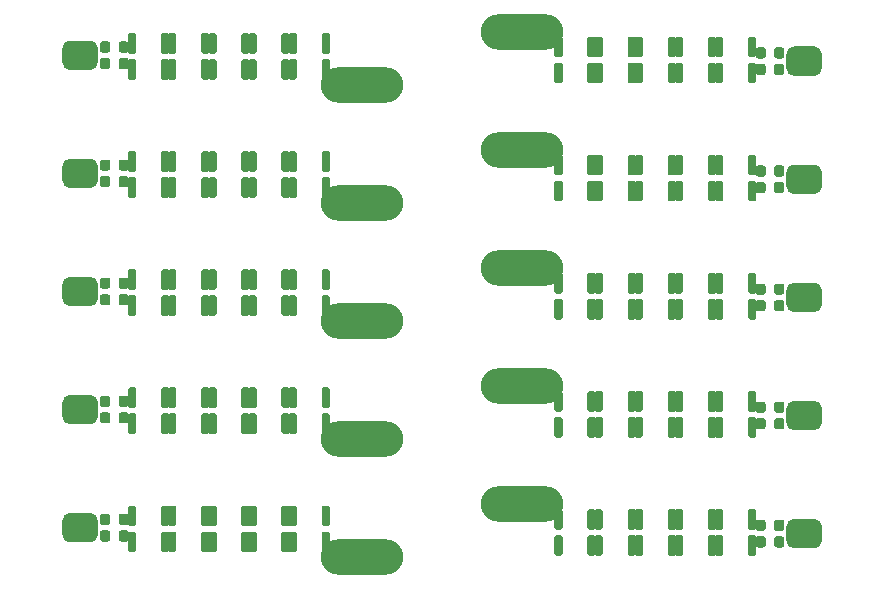
<source format=gts>
G04 #@! TF.GenerationSoftware,KiCad,Pcbnew,5.1.9-73d0e3b20d~88~ubuntu20.04.1*
G04 #@! TF.CreationDate,2021-08-20T12:24:50+03:00*
G04 #@! TF.ProjectId,cable_to_banana,6361626c-655f-4746-9f5f-62616e616e61,rev?*
G04 #@! TF.SameCoordinates,Original*
G04 #@! TF.FileFunction,Soldermask,Top*
G04 #@! TF.FilePolarity,Negative*
%FSLAX46Y46*%
G04 Gerber Fmt 4.6, Leading zero omitted, Abs format (unit mm)*
G04 Created by KiCad (PCBNEW 5.1.9-73d0e3b20d~88~ubuntu20.04.1) date 2021-08-20 12:24:50*
%MOMM*%
%LPD*%
G01*
G04 APERTURE LIST*
%ADD10O,7.000000X3.000000*%
G04 APERTURE END LIST*
G04 #@! TO.C,J3*
G36*
G01*
X41600000Y-138875000D02*
X41600000Y-140125000D01*
G75*
G02*
X40975000Y-140750000I-625000J0D01*
G01*
X39225000Y-140750000D01*
G75*
G02*
X38600000Y-140125000I0J625000D01*
G01*
X38600000Y-138875000D01*
G75*
G02*
X39225000Y-138250000I625000J0D01*
G01*
X40975000Y-138250000D01*
G75*
G02*
X41600000Y-138875000I0J-625000D01*
G01*
G37*
G04 #@! TD*
G04 #@! TO.C,C6*
G36*
G01*
X43350000Y-140456250D02*
X43350000Y-139943750D01*
G75*
G02*
X43568750Y-139725000I218750J0D01*
G01*
X44006250Y-139725000D01*
G75*
G02*
X44225000Y-139943750I0J-218750D01*
G01*
X44225000Y-140456250D01*
G75*
G02*
X44006250Y-140675000I-218750J0D01*
G01*
X43568750Y-140675000D01*
G75*
G02*
X43350000Y-140456250I0J218750D01*
G01*
G37*
G36*
G01*
X41775000Y-140456250D02*
X41775000Y-139943750D01*
G75*
G02*
X41993750Y-139725000I218750J0D01*
G01*
X42431250Y-139725000D01*
G75*
G02*
X42650000Y-139943750I0J-218750D01*
G01*
X42650000Y-140456250D01*
G75*
G02*
X42431250Y-140675000I-218750J0D01*
G01*
X41993750Y-140675000D01*
G75*
G02*
X41775000Y-140456250I0J218750D01*
G01*
G37*
G04 #@! TD*
G04 #@! TO.C,R2*
G36*
G01*
X54350000Y-129235000D02*
X54350000Y-127765000D01*
G75*
G02*
X54490000Y-127625000I140000J0D01*
G01*
X54910000Y-127625000D01*
G75*
G02*
X55050000Y-127765000I0J-140000D01*
G01*
X55050000Y-129235000D01*
G75*
G02*
X54910000Y-129375000I-140000J0D01*
G01*
X54490000Y-129375000D01*
G75*
G02*
X54350000Y-129235000I0J140000D01*
G01*
G37*
G36*
G01*
X57150000Y-129235000D02*
X57150000Y-127765000D01*
G75*
G02*
X57290000Y-127625000I140000J0D01*
G01*
X57710000Y-127625000D01*
G75*
G02*
X57850000Y-127765000I0J-140000D01*
G01*
X57850000Y-129235000D01*
G75*
G02*
X57710000Y-129375000I-140000J0D01*
G01*
X57290000Y-129375000D01*
G75*
G02*
X57150000Y-129235000I0J140000D01*
G01*
G37*
G04 #@! TD*
G04 #@! TO.C,R5*
G36*
G01*
X44150000Y-131435000D02*
X44150000Y-129965000D01*
G75*
G02*
X44290000Y-129825000I140000J0D01*
G01*
X44710000Y-129825000D01*
G75*
G02*
X44850000Y-129965000I0J-140000D01*
G01*
X44850000Y-131435000D01*
G75*
G02*
X44710000Y-131575000I-140000J0D01*
G01*
X44290000Y-131575000D01*
G75*
G02*
X44150000Y-131435000I0J140000D01*
G01*
G37*
G36*
G01*
X46950000Y-131435000D02*
X46950000Y-129965000D01*
G75*
G02*
X47090000Y-129825000I140000J0D01*
G01*
X47510000Y-129825000D01*
G75*
G02*
X47650000Y-129965000I0J-140000D01*
G01*
X47650000Y-131435000D01*
G75*
G02*
X47510000Y-131575000I-140000J0D01*
G01*
X47090000Y-131575000D01*
G75*
G02*
X46950000Y-131435000I0J140000D01*
G01*
G37*
G04 #@! TD*
G04 #@! TO.C,R6*
G36*
G01*
X43350000Y-159056250D02*
X43350000Y-158543750D01*
G75*
G02*
X43568750Y-158325000I218750J0D01*
G01*
X44006250Y-158325000D01*
G75*
G02*
X44225000Y-158543750I0J-218750D01*
G01*
X44225000Y-159056250D01*
G75*
G02*
X44006250Y-159275000I-218750J0D01*
G01*
X43568750Y-159275000D01*
G75*
G02*
X43350000Y-159056250I0J218750D01*
G01*
G37*
G36*
G01*
X41775000Y-159056250D02*
X41775000Y-158543750D01*
G75*
G02*
X41993750Y-158325000I218750J0D01*
G01*
X42431250Y-158325000D01*
G75*
G02*
X42650000Y-158543750I0J-218750D01*
G01*
X42650000Y-159056250D01*
G75*
G02*
X42431250Y-159275000I-218750J0D01*
G01*
X41993750Y-159275000D01*
G75*
G02*
X41775000Y-159056250I0J218750D01*
G01*
G37*
G04 #@! TD*
G04 #@! TO.C,C4*
G36*
G01*
X47550000Y-129235000D02*
X47550000Y-127765000D01*
G75*
G02*
X47690000Y-127625000I140000J0D01*
G01*
X48110000Y-127625000D01*
G75*
G02*
X48250000Y-127765000I0J-140000D01*
G01*
X48250000Y-129235000D01*
G75*
G02*
X48110000Y-129375000I-140000J0D01*
G01*
X47690000Y-129375000D01*
G75*
G02*
X47550000Y-129235000I0J140000D01*
G01*
G37*
G36*
G01*
X50350000Y-129235000D02*
X50350000Y-127765000D01*
G75*
G02*
X50490000Y-127625000I140000J0D01*
G01*
X50910000Y-127625000D01*
G75*
G02*
X51050000Y-127765000I0J-140000D01*
G01*
X51050000Y-129235000D01*
G75*
G02*
X50910000Y-129375000I-140000J0D01*
G01*
X50490000Y-129375000D01*
G75*
G02*
X50350000Y-129235000I0J140000D01*
G01*
G37*
G04 #@! TD*
G04 #@! TO.C,C5*
G36*
G01*
X44150000Y-169235000D02*
X44150000Y-167765000D01*
G75*
G02*
X44290000Y-167625000I140000J0D01*
G01*
X44710000Y-167625000D01*
G75*
G02*
X44850000Y-167765000I0J-140000D01*
G01*
X44850000Y-169235000D01*
G75*
G02*
X44710000Y-169375000I-140000J0D01*
G01*
X44290000Y-169375000D01*
G75*
G02*
X44150000Y-169235000I0J140000D01*
G01*
G37*
G36*
G01*
X46950000Y-169235000D02*
X46950000Y-167765000D01*
G75*
G02*
X47090000Y-167625000I140000J0D01*
G01*
X47510000Y-167625000D01*
G75*
G02*
X47650000Y-167765000I0J-140000D01*
G01*
X47650000Y-169235000D01*
G75*
G02*
X47510000Y-169375000I-140000J0D01*
G01*
X47090000Y-169375000D01*
G75*
G02*
X46950000Y-169235000I0J140000D01*
G01*
G37*
G04 #@! TD*
G04 #@! TO.C,C3*
G36*
G01*
X50950000Y-129235000D02*
X50950000Y-127765000D01*
G75*
G02*
X51090000Y-127625000I140000J0D01*
G01*
X51510000Y-127625000D01*
G75*
G02*
X51650000Y-127765000I0J-140000D01*
G01*
X51650000Y-129235000D01*
G75*
G02*
X51510000Y-129375000I-140000J0D01*
G01*
X51090000Y-129375000D01*
G75*
G02*
X50950000Y-129235000I0J140000D01*
G01*
G37*
G36*
G01*
X53750000Y-129235000D02*
X53750000Y-127765000D01*
G75*
G02*
X53890000Y-127625000I140000J0D01*
G01*
X54310000Y-127625000D01*
G75*
G02*
X54450000Y-127765000I0J-140000D01*
G01*
X54450000Y-129235000D01*
G75*
G02*
X54310000Y-129375000I-140000J0D01*
G01*
X53890000Y-129375000D01*
G75*
G02*
X53750000Y-129235000I0J140000D01*
G01*
G37*
G04 #@! TD*
G04 #@! TO.C,C6*
G36*
G01*
X41775000Y-130456250D02*
X41775000Y-129943750D01*
G75*
G02*
X41993750Y-129725000I218750J0D01*
G01*
X42431250Y-129725000D01*
G75*
G02*
X42650000Y-129943750I0J-218750D01*
G01*
X42650000Y-130456250D01*
G75*
G02*
X42431250Y-130675000I-218750J0D01*
G01*
X41993750Y-130675000D01*
G75*
G02*
X41775000Y-130456250I0J218750D01*
G01*
G37*
G36*
G01*
X43350000Y-130456250D02*
X43350000Y-129943750D01*
G75*
G02*
X43568750Y-129725000I218750J0D01*
G01*
X44006250Y-129725000D01*
G75*
G02*
X44225000Y-129943750I0J-218750D01*
G01*
X44225000Y-130456250D01*
G75*
G02*
X44006250Y-130675000I-218750J0D01*
G01*
X43568750Y-130675000D01*
G75*
G02*
X43350000Y-130456250I0J218750D01*
G01*
G37*
G04 #@! TD*
D10*
G04 #@! TO.C,J1*
X64000000Y-132000000D03*
G04 #@! TD*
G04 #@! TO.C,C5*
G36*
G01*
X46950000Y-139235000D02*
X46950000Y-137765000D01*
G75*
G02*
X47090000Y-137625000I140000J0D01*
G01*
X47510000Y-137625000D01*
G75*
G02*
X47650000Y-137765000I0J-140000D01*
G01*
X47650000Y-139235000D01*
G75*
G02*
X47510000Y-139375000I-140000J0D01*
G01*
X47090000Y-139375000D01*
G75*
G02*
X46950000Y-139235000I0J140000D01*
G01*
G37*
G36*
G01*
X44150000Y-139235000D02*
X44150000Y-137765000D01*
G75*
G02*
X44290000Y-137625000I140000J0D01*
G01*
X44710000Y-137625000D01*
G75*
G02*
X44850000Y-137765000I0J-140000D01*
G01*
X44850000Y-139235000D01*
G75*
G02*
X44710000Y-139375000I-140000J0D01*
G01*
X44290000Y-139375000D01*
G75*
G02*
X44150000Y-139235000I0J140000D01*
G01*
G37*
G04 #@! TD*
G04 #@! TO.C,R4*
G36*
G01*
X50350000Y-141435000D02*
X50350000Y-139965000D01*
G75*
G02*
X50490000Y-139825000I140000J0D01*
G01*
X50910000Y-139825000D01*
G75*
G02*
X51050000Y-139965000I0J-140000D01*
G01*
X51050000Y-141435000D01*
G75*
G02*
X50910000Y-141575000I-140000J0D01*
G01*
X50490000Y-141575000D01*
G75*
G02*
X50350000Y-141435000I0J140000D01*
G01*
G37*
G36*
G01*
X47550000Y-141435000D02*
X47550000Y-139965000D01*
G75*
G02*
X47690000Y-139825000I140000J0D01*
G01*
X48110000Y-139825000D01*
G75*
G02*
X48250000Y-139965000I0J-140000D01*
G01*
X48250000Y-141435000D01*
G75*
G02*
X48110000Y-141575000I-140000J0D01*
G01*
X47690000Y-141575000D01*
G75*
G02*
X47550000Y-141435000I0J140000D01*
G01*
G37*
G04 #@! TD*
G04 #@! TO.C,J3*
G36*
G01*
X41600000Y-128875000D02*
X41600000Y-130125000D01*
G75*
G02*
X40975000Y-130750000I-625000J0D01*
G01*
X39225000Y-130750000D01*
G75*
G02*
X38600000Y-130125000I0J625000D01*
G01*
X38600000Y-128875000D01*
G75*
G02*
X39225000Y-128250000I625000J0D01*
G01*
X40975000Y-128250000D01*
G75*
G02*
X41600000Y-128875000I0J-625000D01*
G01*
G37*
G04 #@! TD*
G04 #@! TO.C,C1*
G36*
G01*
X57750000Y-171435000D02*
X57750000Y-169965000D01*
G75*
G02*
X57890000Y-169825000I140000J0D01*
G01*
X58310000Y-169825000D01*
G75*
G02*
X58450000Y-169965000I0J-140000D01*
G01*
X58450000Y-171435000D01*
G75*
G02*
X58310000Y-171575000I-140000J0D01*
G01*
X57890000Y-171575000D01*
G75*
G02*
X57750000Y-171435000I0J140000D01*
G01*
G37*
G36*
G01*
X60550000Y-171435000D02*
X60550000Y-169965000D01*
G75*
G02*
X60690000Y-169825000I140000J0D01*
G01*
X61110000Y-169825000D01*
G75*
G02*
X61250000Y-169965000I0J-140000D01*
G01*
X61250000Y-171435000D01*
G75*
G02*
X61110000Y-171575000I-140000J0D01*
G01*
X60690000Y-171575000D01*
G75*
G02*
X60550000Y-171435000I0J140000D01*
G01*
G37*
G04 #@! TD*
G04 #@! TO.C,R1*
G36*
G01*
X57750000Y-129235000D02*
X57750000Y-127765000D01*
G75*
G02*
X57890000Y-127625000I140000J0D01*
G01*
X58310000Y-127625000D01*
G75*
G02*
X58450000Y-127765000I0J-140000D01*
G01*
X58450000Y-129235000D01*
G75*
G02*
X58310000Y-129375000I-140000J0D01*
G01*
X57890000Y-129375000D01*
G75*
G02*
X57750000Y-129235000I0J140000D01*
G01*
G37*
G36*
G01*
X60550000Y-129235000D02*
X60550000Y-127765000D01*
G75*
G02*
X60690000Y-127625000I140000J0D01*
G01*
X61110000Y-127625000D01*
G75*
G02*
X61250000Y-127765000I0J-140000D01*
G01*
X61250000Y-129235000D01*
G75*
G02*
X61110000Y-129375000I-140000J0D01*
G01*
X60690000Y-129375000D01*
G75*
G02*
X60550000Y-129235000I0J140000D01*
G01*
G37*
G04 #@! TD*
G04 #@! TO.C,C4*
G36*
G01*
X50350000Y-159235000D02*
X50350000Y-157765000D01*
G75*
G02*
X50490000Y-157625000I140000J0D01*
G01*
X50910000Y-157625000D01*
G75*
G02*
X51050000Y-157765000I0J-140000D01*
G01*
X51050000Y-159235000D01*
G75*
G02*
X50910000Y-159375000I-140000J0D01*
G01*
X50490000Y-159375000D01*
G75*
G02*
X50350000Y-159235000I0J140000D01*
G01*
G37*
G36*
G01*
X47550000Y-159235000D02*
X47550000Y-157765000D01*
G75*
G02*
X47690000Y-157625000I140000J0D01*
G01*
X48110000Y-157625000D01*
G75*
G02*
X48250000Y-157765000I0J-140000D01*
G01*
X48250000Y-159235000D01*
G75*
G02*
X48110000Y-159375000I-140000J0D01*
G01*
X47690000Y-159375000D01*
G75*
G02*
X47550000Y-159235000I0J140000D01*
G01*
G37*
G04 #@! TD*
G04 #@! TO.C,J1*
X64000000Y-162000000D03*
G04 #@! TD*
G04 #@! TO.C,C2*
G36*
G01*
X54350000Y-131435000D02*
X54350000Y-129965000D01*
G75*
G02*
X54490000Y-129825000I140000J0D01*
G01*
X54910000Y-129825000D01*
G75*
G02*
X55050000Y-129965000I0J-140000D01*
G01*
X55050000Y-131435000D01*
G75*
G02*
X54910000Y-131575000I-140000J0D01*
G01*
X54490000Y-131575000D01*
G75*
G02*
X54350000Y-131435000I0J140000D01*
G01*
G37*
G36*
G01*
X57150000Y-131435000D02*
X57150000Y-129965000D01*
G75*
G02*
X57290000Y-129825000I140000J0D01*
G01*
X57710000Y-129825000D01*
G75*
G02*
X57850000Y-129965000I0J-140000D01*
G01*
X57850000Y-131435000D01*
G75*
G02*
X57710000Y-131575000I-140000J0D01*
G01*
X57290000Y-131575000D01*
G75*
G02*
X57150000Y-131435000I0J140000D01*
G01*
G37*
G04 #@! TD*
G04 #@! TO.C,C5*
G36*
G01*
X44150000Y-129235000D02*
X44150000Y-127765000D01*
G75*
G02*
X44290000Y-127625000I140000J0D01*
G01*
X44710000Y-127625000D01*
G75*
G02*
X44850000Y-127765000I0J-140000D01*
G01*
X44850000Y-129235000D01*
G75*
G02*
X44710000Y-129375000I-140000J0D01*
G01*
X44290000Y-129375000D01*
G75*
G02*
X44150000Y-129235000I0J140000D01*
G01*
G37*
G36*
G01*
X46950000Y-129235000D02*
X46950000Y-127765000D01*
G75*
G02*
X47090000Y-127625000I140000J0D01*
G01*
X47510000Y-127625000D01*
G75*
G02*
X47650000Y-127765000I0J-140000D01*
G01*
X47650000Y-129235000D01*
G75*
G02*
X47510000Y-129375000I-140000J0D01*
G01*
X47090000Y-129375000D01*
G75*
G02*
X46950000Y-129235000I0J140000D01*
G01*
G37*
G04 #@! TD*
G04 #@! TO.C,C6*
G36*
G01*
X41775000Y-170456250D02*
X41775000Y-169943750D01*
G75*
G02*
X41993750Y-169725000I218750J0D01*
G01*
X42431250Y-169725000D01*
G75*
G02*
X42650000Y-169943750I0J-218750D01*
G01*
X42650000Y-170456250D01*
G75*
G02*
X42431250Y-170675000I-218750J0D01*
G01*
X41993750Y-170675000D01*
G75*
G02*
X41775000Y-170456250I0J218750D01*
G01*
G37*
G36*
G01*
X43350000Y-170456250D02*
X43350000Y-169943750D01*
G75*
G02*
X43568750Y-169725000I218750J0D01*
G01*
X44006250Y-169725000D01*
G75*
G02*
X44225000Y-169943750I0J-218750D01*
G01*
X44225000Y-170456250D01*
G75*
G02*
X44006250Y-170675000I-218750J0D01*
G01*
X43568750Y-170675000D01*
G75*
G02*
X43350000Y-170456250I0J218750D01*
G01*
G37*
G04 #@! TD*
G04 #@! TO.C,R1*
G36*
G01*
X57750000Y-169235000D02*
X57750000Y-167765000D01*
G75*
G02*
X57890000Y-167625000I140000J0D01*
G01*
X58310000Y-167625000D01*
G75*
G02*
X58450000Y-167765000I0J-140000D01*
G01*
X58450000Y-169235000D01*
G75*
G02*
X58310000Y-169375000I-140000J0D01*
G01*
X57890000Y-169375000D01*
G75*
G02*
X57750000Y-169235000I0J140000D01*
G01*
G37*
G36*
G01*
X60550000Y-169235000D02*
X60550000Y-167765000D01*
G75*
G02*
X60690000Y-167625000I140000J0D01*
G01*
X61110000Y-167625000D01*
G75*
G02*
X61250000Y-167765000I0J-140000D01*
G01*
X61250000Y-169235000D01*
G75*
G02*
X61110000Y-169375000I-140000J0D01*
G01*
X60690000Y-169375000D01*
G75*
G02*
X60550000Y-169235000I0J140000D01*
G01*
G37*
G04 #@! TD*
G04 #@! TO.C,R3*
G36*
G01*
X53750000Y-161435000D02*
X53750000Y-159965000D01*
G75*
G02*
X53890000Y-159825000I140000J0D01*
G01*
X54310000Y-159825000D01*
G75*
G02*
X54450000Y-159965000I0J-140000D01*
G01*
X54450000Y-161435000D01*
G75*
G02*
X54310000Y-161575000I-140000J0D01*
G01*
X53890000Y-161575000D01*
G75*
G02*
X53750000Y-161435000I0J140000D01*
G01*
G37*
G36*
G01*
X50950000Y-161435000D02*
X50950000Y-159965000D01*
G75*
G02*
X51090000Y-159825000I140000J0D01*
G01*
X51510000Y-159825000D01*
G75*
G02*
X51650000Y-159965000I0J-140000D01*
G01*
X51650000Y-161435000D01*
G75*
G02*
X51510000Y-161575000I-140000J0D01*
G01*
X51090000Y-161575000D01*
G75*
G02*
X50950000Y-161435000I0J140000D01*
G01*
G37*
G04 #@! TD*
G04 #@! TO.C,R2*
G36*
G01*
X54350000Y-169235000D02*
X54350000Y-167765000D01*
G75*
G02*
X54490000Y-167625000I140000J0D01*
G01*
X54910000Y-167625000D01*
G75*
G02*
X55050000Y-167765000I0J-140000D01*
G01*
X55050000Y-169235000D01*
G75*
G02*
X54910000Y-169375000I-140000J0D01*
G01*
X54490000Y-169375000D01*
G75*
G02*
X54350000Y-169235000I0J140000D01*
G01*
G37*
G36*
G01*
X57150000Y-169235000D02*
X57150000Y-167765000D01*
G75*
G02*
X57290000Y-167625000I140000J0D01*
G01*
X57710000Y-167625000D01*
G75*
G02*
X57850000Y-167765000I0J-140000D01*
G01*
X57850000Y-169235000D01*
G75*
G02*
X57710000Y-169375000I-140000J0D01*
G01*
X57290000Y-169375000D01*
G75*
G02*
X57150000Y-169235000I0J140000D01*
G01*
G37*
G04 #@! TD*
G04 #@! TO.C,C3*
G36*
G01*
X50950000Y-169235000D02*
X50950000Y-167765000D01*
G75*
G02*
X51090000Y-167625000I140000J0D01*
G01*
X51510000Y-167625000D01*
G75*
G02*
X51650000Y-167765000I0J-140000D01*
G01*
X51650000Y-169235000D01*
G75*
G02*
X51510000Y-169375000I-140000J0D01*
G01*
X51090000Y-169375000D01*
G75*
G02*
X50950000Y-169235000I0J140000D01*
G01*
G37*
G36*
G01*
X53750000Y-169235000D02*
X53750000Y-167765000D01*
G75*
G02*
X53890000Y-167625000I140000J0D01*
G01*
X54310000Y-167625000D01*
G75*
G02*
X54450000Y-167765000I0J-140000D01*
G01*
X54450000Y-169235000D01*
G75*
G02*
X54310000Y-169375000I-140000J0D01*
G01*
X53890000Y-169375000D01*
G75*
G02*
X53750000Y-169235000I0J140000D01*
G01*
G37*
G04 #@! TD*
G04 #@! TO.C,R6*
G36*
G01*
X41775000Y-129056250D02*
X41775000Y-128543750D01*
G75*
G02*
X41993750Y-128325000I218750J0D01*
G01*
X42431250Y-128325000D01*
G75*
G02*
X42650000Y-128543750I0J-218750D01*
G01*
X42650000Y-129056250D01*
G75*
G02*
X42431250Y-129275000I-218750J0D01*
G01*
X41993750Y-129275000D01*
G75*
G02*
X41775000Y-129056250I0J218750D01*
G01*
G37*
G36*
G01*
X43350000Y-129056250D02*
X43350000Y-128543750D01*
G75*
G02*
X43568750Y-128325000I218750J0D01*
G01*
X44006250Y-128325000D01*
G75*
G02*
X44225000Y-128543750I0J-218750D01*
G01*
X44225000Y-129056250D01*
G75*
G02*
X44006250Y-129275000I-218750J0D01*
G01*
X43568750Y-129275000D01*
G75*
G02*
X43350000Y-129056250I0J218750D01*
G01*
G37*
G04 #@! TD*
G04 #@! TO.C,R5*
G36*
G01*
X46950000Y-141435000D02*
X46950000Y-139965000D01*
G75*
G02*
X47090000Y-139825000I140000J0D01*
G01*
X47510000Y-139825000D01*
G75*
G02*
X47650000Y-139965000I0J-140000D01*
G01*
X47650000Y-141435000D01*
G75*
G02*
X47510000Y-141575000I-140000J0D01*
G01*
X47090000Y-141575000D01*
G75*
G02*
X46950000Y-141435000I0J140000D01*
G01*
G37*
G36*
G01*
X44150000Y-141435000D02*
X44150000Y-139965000D01*
G75*
G02*
X44290000Y-139825000I140000J0D01*
G01*
X44710000Y-139825000D01*
G75*
G02*
X44850000Y-139965000I0J-140000D01*
G01*
X44850000Y-141435000D01*
G75*
G02*
X44710000Y-141575000I-140000J0D01*
G01*
X44290000Y-141575000D01*
G75*
G02*
X44150000Y-141435000I0J140000D01*
G01*
G37*
G04 #@! TD*
G04 #@! TO.C,C2*
G36*
G01*
X57150000Y-161435000D02*
X57150000Y-159965000D01*
G75*
G02*
X57290000Y-159825000I140000J0D01*
G01*
X57710000Y-159825000D01*
G75*
G02*
X57850000Y-159965000I0J-140000D01*
G01*
X57850000Y-161435000D01*
G75*
G02*
X57710000Y-161575000I-140000J0D01*
G01*
X57290000Y-161575000D01*
G75*
G02*
X57150000Y-161435000I0J140000D01*
G01*
G37*
G36*
G01*
X54350000Y-161435000D02*
X54350000Y-159965000D01*
G75*
G02*
X54490000Y-159825000I140000J0D01*
G01*
X54910000Y-159825000D01*
G75*
G02*
X55050000Y-159965000I0J-140000D01*
G01*
X55050000Y-161435000D01*
G75*
G02*
X54910000Y-161575000I-140000J0D01*
G01*
X54490000Y-161575000D01*
G75*
G02*
X54350000Y-161435000I0J140000D01*
G01*
G37*
G04 #@! TD*
G04 #@! TO.C,C4*
G36*
G01*
X50350000Y-139235000D02*
X50350000Y-137765000D01*
G75*
G02*
X50490000Y-137625000I140000J0D01*
G01*
X50910000Y-137625000D01*
G75*
G02*
X51050000Y-137765000I0J-140000D01*
G01*
X51050000Y-139235000D01*
G75*
G02*
X50910000Y-139375000I-140000J0D01*
G01*
X50490000Y-139375000D01*
G75*
G02*
X50350000Y-139235000I0J140000D01*
G01*
G37*
G36*
G01*
X47550000Y-139235000D02*
X47550000Y-137765000D01*
G75*
G02*
X47690000Y-137625000I140000J0D01*
G01*
X48110000Y-137625000D01*
G75*
G02*
X48250000Y-137765000I0J-140000D01*
G01*
X48250000Y-139235000D01*
G75*
G02*
X48110000Y-139375000I-140000J0D01*
G01*
X47690000Y-139375000D01*
G75*
G02*
X47550000Y-139235000I0J140000D01*
G01*
G37*
G04 #@! TD*
G04 #@! TO.C,J1*
X64000000Y-172000000D03*
G04 #@! TD*
G04 #@! TO.C,C3*
G36*
G01*
X53750000Y-159235000D02*
X53750000Y-157765000D01*
G75*
G02*
X53890000Y-157625000I140000J0D01*
G01*
X54310000Y-157625000D01*
G75*
G02*
X54450000Y-157765000I0J-140000D01*
G01*
X54450000Y-159235000D01*
G75*
G02*
X54310000Y-159375000I-140000J0D01*
G01*
X53890000Y-159375000D01*
G75*
G02*
X53750000Y-159235000I0J140000D01*
G01*
G37*
G36*
G01*
X50950000Y-159235000D02*
X50950000Y-157765000D01*
G75*
G02*
X51090000Y-157625000I140000J0D01*
G01*
X51510000Y-157625000D01*
G75*
G02*
X51650000Y-157765000I0J-140000D01*
G01*
X51650000Y-159235000D01*
G75*
G02*
X51510000Y-159375000I-140000J0D01*
G01*
X51090000Y-159375000D01*
G75*
G02*
X50950000Y-159235000I0J140000D01*
G01*
G37*
G04 #@! TD*
G04 #@! TO.C,J3*
G36*
G01*
X41600000Y-148875000D02*
X41600000Y-150125000D01*
G75*
G02*
X40975000Y-150750000I-625000J0D01*
G01*
X39225000Y-150750000D01*
G75*
G02*
X38600000Y-150125000I0J625000D01*
G01*
X38600000Y-148875000D01*
G75*
G02*
X39225000Y-148250000I625000J0D01*
G01*
X40975000Y-148250000D01*
G75*
G02*
X41600000Y-148875000I0J-625000D01*
G01*
G37*
G04 #@! TD*
G04 #@! TO.C,R3*
G36*
G01*
X53750000Y-141435000D02*
X53750000Y-139965000D01*
G75*
G02*
X53890000Y-139825000I140000J0D01*
G01*
X54310000Y-139825000D01*
G75*
G02*
X54450000Y-139965000I0J-140000D01*
G01*
X54450000Y-141435000D01*
G75*
G02*
X54310000Y-141575000I-140000J0D01*
G01*
X53890000Y-141575000D01*
G75*
G02*
X53750000Y-141435000I0J140000D01*
G01*
G37*
G36*
G01*
X50950000Y-141435000D02*
X50950000Y-139965000D01*
G75*
G02*
X51090000Y-139825000I140000J0D01*
G01*
X51510000Y-139825000D01*
G75*
G02*
X51650000Y-139965000I0J-140000D01*
G01*
X51650000Y-141435000D01*
G75*
G02*
X51510000Y-141575000I-140000J0D01*
G01*
X51090000Y-141575000D01*
G75*
G02*
X50950000Y-141435000I0J140000D01*
G01*
G37*
G04 #@! TD*
G04 #@! TO.C,R6*
G36*
G01*
X43350000Y-139056250D02*
X43350000Y-138543750D01*
G75*
G02*
X43568750Y-138325000I218750J0D01*
G01*
X44006250Y-138325000D01*
G75*
G02*
X44225000Y-138543750I0J-218750D01*
G01*
X44225000Y-139056250D01*
G75*
G02*
X44006250Y-139275000I-218750J0D01*
G01*
X43568750Y-139275000D01*
G75*
G02*
X43350000Y-139056250I0J218750D01*
G01*
G37*
G36*
G01*
X41775000Y-139056250D02*
X41775000Y-138543750D01*
G75*
G02*
X41993750Y-138325000I218750J0D01*
G01*
X42431250Y-138325000D01*
G75*
G02*
X42650000Y-138543750I0J-218750D01*
G01*
X42650000Y-139056250D01*
G75*
G02*
X42431250Y-139275000I-218750J0D01*
G01*
X41993750Y-139275000D01*
G75*
G02*
X41775000Y-139056250I0J218750D01*
G01*
G37*
G04 #@! TD*
G04 #@! TO.C,R2*
G36*
G01*
X57150000Y-139235000D02*
X57150000Y-137765000D01*
G75*
G02*
X57290000Y-137625000I140000J0D01*
G01*
X57710000Y-137625000D01*
G75*
G02*
X57850000Y-137765000I0J-140000D01*
G01*
X57850000Y-139235000D01*
G75*
G02*
X57710000Y-139375000I-140000J0D01*
G01*
X57290000Y-139375000D01*
G75*
G02*
X57150000Y-139235000I0J140000D01*
G01*
G37*
G36*
G01*
X54350000Y-139235000D02*
X54350000Y-137765000D01*
G75*
G02*
X54490000Y-137625000I140000J0D01*
G01*
X54910000Y-137625000D01*
G75*
G02*
X55050000Y-137765000I0J-140000D01*
G01*
X55050000Y-139235000D01*
G75*
G02*
X54910000Y-139375000I-140000J0D01*
G01*
X54490000Y-139375000D01*
G75*
G02*
X54350000Y-139235000I0J140000D01*
G01*
G37*
G04 #@! TD*
G04 #@! TO.C,J3*
G36*
G01*
X41600000Y-168875000D02*
X41600000Y-170125000D01*
G75*
G02*
X40975000Y-170750000I-625000J0D01*
G01*
X39225000Y-170750000D01*
G75*
G02*
X38600000Y-170125000I0J625000D01*
G01*
X38600000Y-168875000D01*
G75*
G02*
X39225000Y-168250000I625000J0D01*
G01*
X40975000Y-168250000D01*
G75*
G02*
X41600000Y-168875000I0J-625000D01*
G01*
G37*
G04 #@! TD*
G04 #@! TO.C,C5*
G36*
G01*
X46950000Y-159235000D02*
X46950000Y-157765000D01*
G75*
G02*
X47090000Y-157625000I140000J0D01*
G01*
X47510000Y-157625000D01*
G75*
G02*
X47650000Y-157765000I0J-140000D01*
G01*
X47650000Y-159235000D01*
G75*
G02*
X47510000Y-159375000I-140000J0D01*
G01*
X47090000Y-159375000D01*
G75*
G02*
X46950000Y-159235000I0J140000D01*
G01*
G37*
G36*
G01*
X44150000Y-159235000D02*
X44150000Y-157765000D01*
G75*
G02*
X44290000Y-157625000I140000J0D01*
G01*
X44710000Y-157625000D01*
G75*
G02*
X44850000Y-157765000I0J-140000D01*
G01*
X44850000Y-159235000D01*
G75*
G02*
X44710000Y-159375000I-140000J0D01*
G01*
X44290000Y-159375000D01*
G75*
G02*
X44150000Y-159235000I0J140000D01*
G01*
G37*
G04 #@! TD*
G04 #@! TO.C,J3*
G36*
G01*
X41600000Y-158875000D02*
X41600000Y-160125000D01*
G75*
G02*
X40975000Y-160750000I-625000J0D01*
G01*
X39225000Y-160750000D01*
G75*
G02*
X38600000Y-160125000I0J625000D01*
G01*
X38600000Y-158875000D01*
G75*
G02*
X39225000Y-158250000I625000J0D01*
G01*
X40975000Y-158250000D01*
G75*
G02*
X41600000Y-158875000I0J-625000D01*
G01*
G37*
G04 #@! TD*
G04 #@! TO.C,C1*
G36*
G01*
X57750000Y-131435000D02*
X57750000Y-129965000D01*
G75*
G02*
X57890000Y-129825000I140000J0D01*
G01*
X58310000Y-129825000D01*
G75*
G02*
X58450000Y-129965000I0J-140000D01*
G01*
X58450000Y-131435000D01*
G75*
G02*
X58310000Y-131575000I-140000J0D01*
G01*
X57890000Y-131575000D01*
G75*
G02*
X57750000Y-131435000I0J140000D01*
G01*
G37*
G36*
G01*
X60550000Y-131435000D02*
X60550000Y-129965000D01*
G75*
G02*
X60690000Y-129825000I140000J0D01*
G01*
X61110000Y-129825000D01*
G75*
G02*
X61250000Y-129965000I0J-140000D01*
G01*
X61250000Y-131435000D01*
G75*
G02*
X61110000Y-131575000I-140000J0D01*
G01*
X60690000Y-131575000D01*
G75*
G02*
X60550000Y-131435000I0J140000D01*
G01*
G37*
G04 #@! TD*
G04 #@! TO.C,J1*
X64000000Y-152000000D03*
G04 #@! TD*
G04 #@! TO.C,C3*
G36*
G01*
X53750000Y-139235000D02*
X53750000Y-137765000D01*
G75*
G02*
X53890000Y-137625000I140000J0D01*
G01*
X54310000Y-137625000D01*
G75*
G02*
X54450000Y-137765000I0J-140000D01*
G01*
X54450000Y-139235000D01*
G75*
G02*
X54310000Y-139375000I-140000J0D01*
G01*
X53890000Y-139375000D01*
G75*
G02*
X53750000Y-139235000I0J140000D01*
G01*
G37*
G36*
G01*
X50950000Y-139235000D02*
X50950000Y-137765000D01*
G75*
G02*
X51090000Y-137625000I140000J0D01*
G01*
X51510000Y-137625000D01*
G75*
G02*
X51650000Y-137765000I0J-140000D01*
G01*
X51650000Y-139235000D01*
G75*
G02*
X51510000Y-139375000I-140000J0D01*
G01*
X51090000Y-139375000D01*
G75*
G02*
X50950000Y-139235000I0J140000D01*
G01*
G37*
G04 #@! TD*
G04 #@! TO.C,R3*
G36*
G01*
X50950000Y-171435000D02*
X50950000Y-169965000D01*
G75*
G02*
X51090000Y-169825000I140000J0D01*
G01*
X51510000Y-169825000D01*
G75*
G02*
X51650000Y-169965000I0J-140000D01*
G01*
X51650000Y-171435000D01*
G75*
G02*
X51510000Y-171575000I-140000J0D01*
G01*
X51090000Y-171575000D01*
G75*
G02*
X50950000Y-171435000I0J140000D01*
G01*
G37*
G36*
G01*
X53750000Y-171435000D02*
X53750000Y-169965000D01*
G75*
G02*
X53890000Y-169825000I140000J0D01*
G01*
X54310000Y-169825000D01*
G75*
G02*
X54450000Y-169965000I0J-140000D01*
G01*
X54450000Y-171435000D01*
G75*
G02*
X54310000Y-171575000I-140000J0D01*
G01*
X53890000Y-171575000D01*
G75*
G02*
X53750000Y-171435000I0J140000D01*
G01*
G37*
G04 #@! TD*
G04 #@! TO.C,C4*
G36*
G01*
X47550000Y-169235000D02*
X47550000Y-167765000D01*
G75*
G02*
X47690000Y-167625000I140000J0D01*
G01*
X48110000Y-167625000D01*
G75*
G02*
X48250000Y-167765000I0J-140000D01*
G01*
X48250000Y-169235000D01*
G75*
G02*
X48110000Y-169375000I-140000J0D01*
G01*
X47690000Y-169375000D01*
G75*
G02*
X47550000Y-169235000I0J140000D01*
G01*
G37*
G36*
G01*
X50350000Y-169235000D02*
X50350000Y-167765000D01*
G75*
G02*
X50490000Y-167625000I140000J0D01*
G01*
X50910000Y-167625000D01*
G75*
G02*
X51050000Y-167765000I0J-140000D01*
G01*
X51050000Y-169235000D01*
G75*
G02*
X50910000Y-169375000I-140000J0D01*
G01*
X50490000Y-169375000D01*
G75*
G02*
X50350000Y-169235000I0J140000D01*
G01*
G37*
G04 #@! TD*
G04 #@! TO.C,R2*
G36*
G01*
X57150000Y-159235000D02*
X57150000Y-157765000D01*
G75*
G02*
X57290000Y-157625000I140000J0D01*
G01*
X57710000Y-157625000D01*
G75*
G02*
X57850000Y-157765000I0J-140000D01*
G01*
X57850000Y-159235000D01*
G75*
G02*
X57710000Y-159375000I-140000J0D01*
G01*
X57290000Y-159375000D01*
G75*
G02*
X57150000Y-159235000I0J140000D01*
G01*
G37*
G36*
G01*
X54350000Y-159235000D02*
X54350000Y-157765000D01*
G75*
G02*
X54490000Y-157625000I140000J0D01*
G01*
X54910000Y-157625000D01*
G75*
G02*
X55050000Y-157765000I0J-140000D01*
G01*
X55050000Y-159235000D01*
G75*
G02*
X54910000Y-159375000I-140000J0D01*
G01*
X54490000Y-159375000D01*
G75*
G02*
X54350000Y-159235000I0J140000D01*
G01*
G37*
G04 #@! TD*
G04 #@! TO.C,R4*
G36*
G01*
X47550000Y-171435000D02*
X47550000Y-169965000D01*
G75*
G02*
X47690000Y-169825000I140000J0D01*
G01*
X48110000Y-169825000D01*
G75*
G02*
X48250000Y-169965000I0J-140000D01*
G01*
X48250000Y-171435000D01*
G75*
G02*
X48110000Y-171575000I-140000J0D01*
G01*
X47690000Y-171575000D01*
G75*
G02*
X47550000Y-171435000I0J140000D01*
G01*
G37*
G36*
G01*
X50350000Y-171435000D02*
X50350000Y-169965000D01*
G75*
G02*
X50490000Y-169825000I140000J0D01*
G01*
X50910000Y-169825000D01*
G75*
G02*
X51050000Y-169965000I0J-140000D01*
G01*
X51050000Y-171435000D01*
G75*
G02*
X50910000Y-171575000I-140000J0D01*
G01*
X50490000Y-171575000D01*
G75*
G02*
X50350000Y-171435000I0J140000D01*
G01*
G37*
G04 #@! TD*
G04 #@! TO.C,C1*
G36*
G01*
X60550000Y-161435000D02*
X60550000Y-159965000D01*
G75*
G02*
X60690000Y-159825000I140000J0D01*
G01*
X61110000Y-159825000D01*
G75*
G02*
X61250000Y-159965000I0J-140000D01*
G01*
X61250000Y-161435000D01*
G75*
G02*
X61110000Y-161575000I-140000J0D01*
G01*
X60690000Y-161575000D01*
G75*
G02*
X60550000Y-161435000I0J140000D01*
G01*
G37*
G36*
G01*
X57750000Y-161435000D02*
X57750000Y-159965000D01*
G75*
G02*
X57890000Y-159825000I140000J0D01*
G01*
X58310000Y-159825000D01*
G75*
G02*
X58450000Y-159965000I0J-140000D01*
G01*
X58450000Y-161435000D01*
G75*
G02*
X58310000Y-161575000I-140000J0D01*
G01*
X57890000Y-161575000D01*
G75*
G02*
X57750000Y-161435000I0J140000D01*
G01*
G37*
G04 #@! TD*
G04 #@! TO.C,R4*
G36*
G01*
X47550000Y-131435000D02*
X47550000Y-129965000D01*
G75*
G02*
X47690000Y-129825000I140000J0D01*
G01*
X48110000Y-129825000D01*
G75*
G02*
X48250000Y-129965000I0J-140000D01*
G01*
X48250000Y-131435000D01*
G75*
G02*
X48110000Y-131575000I-140000J0D01*
G01*
X47690000Y-131575000D01*
G75*
G02*
X47550000Y-131435000I0J140000D01*
G01*
G37*
G36*
G01*
X50350000Y-131435000D02*
X50350000Y-129965000D01*
G75*
G02*
X50490000Y-129825000I140000J0D01*
G01*
X50910000Y-129825000D01*
G75*
G02*
X51050000Y-129965000I0J-140000D01*
G01*
X51050000Y-131435000D01*
G75*
G02*
X50910000Y-131575000I-140000J0D01*
G01*
X50490000Y-131575000D01*
G75*
G02*
X50350000Y-131435000I0J140000D01*
G01*
G37*
G04 #@! TD*
G04 #@! TO.C,C1*
G36*
G01*
X60550000Y-141435000D02*
X60550000Y-139965000D01*
G75*
G02*
X60690000Y-139825000I140000J0D01*
G01*
X61110000Y-139825000D01*
G75*
G02*
X61250000Y-139965000I0J-140000D01*
G01*
X61250000Y-141435000D01*
G75*
G02*
X61110000Y-141575000I-140000J0D01*
G01*
X60690000Y-141575000D01*
G75*
G02*
X60550000Y-141435000I0J140000D01*
G01*
G37*
G36*
G01*
X57750000Y-141435000D02*
X57750000Y-139965000D01*
G75*
G02*
X57890000Y-139825000I140000J0D01*
G01*
X58310000Y-139825000D01*
G75*
G02*
X58450000Y-139965000I0J-140000D01*
G01*
X58450000Y-141435000D01*
G75*
G02*
X58310000Y-141575000I-140000J0D01*
G01*
X57890000Y-141575000D01*
G75*
G02*
X57750000Y-141435000I0J140000D01*
G01*
G37*
G04 #@! TD*
G04 #@! TO.C,R3*
G36*
G01*
X50950000Y-131435000D02*
X50950000Y-129965000D01*
G75*
G02*
X51090000Y-129825000I140000J0D01*
G01*
X51510000Y-129825000D01*
G75*
G02*
X51650000Y-129965000I0J-140000D01*
G01*
X51650000Y-131435000D01*
G75*
G02*
X51510000Y-131575000I-140000J0D01*
G01*
X51090000Y-131575000D01*
G75*
G02*
X50950000Y-131435000I0J140000D01*
G01*
G37*
G36*
G01*
X53750000Y-131435000D02*
X53750000Y-129965000D01*
G75*
G02*
X53890000Y-129825000I140000J0D01*
G01*
X54310000Y-129825000D01*
G75*
G02*
X54450000Y-129965000I0J-140000D01*
G01*
X54450000Y-131435000D01*
G75*
G02*
X54310000Y-131575000I-140000J0D01*
G01*
X53890000Y-131575000D01*
G75*
G02*
X53750000Y-131435000I0J140000D01*
G01*
G37*
G04 #@! TD*
G04 #@! TO.C,R1*
G36*
G01*
X60550000Y-139235000D02*
X60550000Y-137765000D01*
G75*
G02*
X60690000Y-137625000I140000J0D01*
G01*
X61110000Y-137625000D01*
G75*
G02*
X61250000Y-137765000I0J-140000D01*
G01*
X61250000Y-139235000D01*
G75*
G02*
X61110000Y-139375000I-140000J0D01*
G01*
X60690000Y-139375000D01*
G75*
G02*
X60550000Y-139235000I0J140000D01*
G01*
G37*
G36*
G01*
X57750000Y-139235000D02*
X57750000Y-137765000D01*
G75*
G02*
X57890000Y-137625000I140000J0D01*
G01*
X58310000Y-137625000D01*
G75*
G02*
X58450000Y-137765000I0J-140000D01*
G01*
X58450000Y-139235000D01*
G75*
G02*
X58310000Y-139375000I-140000J0D01*
G01*
X57890000Y-139375000D01*
G75*
G02*
X57750000Y-139235000I0J140000D01*
G01*
G37*
G04 #@! TD*
G04 #@! TO.C,R5*
G36*
G01*
X44150000Y-171435000D02*
X44150000Y-169965000D01*
G75*
G02*
X44290000Y-169825000I140000J0D01*
G01*
X44710000Y-169825000D01*
G75*
G02*
X44850000Y-169965000I0J-140000D01*
G01*
X44850000Y-171435000D01*
G75*
G02*
X44710000Y-171575000I-140000J0D01*
G01*
X44290000Y-171575000D01*
G75*
G02*
X44150000Y-171435000I0J140000D01*
G01*
G37*
G36*
G01*
X46950000Y-171435000D02*
X46950000Y-169965000D01*
G75*
G02*
X47090000Y-169825000I140000J0D01*
G01*
X47510000Y-169825000D01*
G75*
G02*
X47650000Y-169965000I0J-140000D01*
G01*
X47650000Y-171435000D01*
G75*
G02*
X47510000Y-171575000I-140000J0D01*
G01*
X47090000Y-171575000D01*
G75*
G02*
X46950000Y-171435000I0J140000D01*
G01*
G37*
G04 #@! TD*
G04 #@! TO.C,R6*
G36*
G01*
X41775000Y-169056250D02*
X41775000Y-168543750D01*
G75*
G02*
X41993750Y-168325000I218750J0D01*
G01*
X42431250Y-168325000D01*
G75*
G02*
X42650000Y-168543750I0J-218750D01*
G01*
X42650000Y-169056250D01*
G75*
G02*
X42431250Y-169275000I-218750J0D01*
G01*
X41993750Y-169275000D01*
G75*
G02*
X41775000Y-169056250I0J218750D01*
G01*
G37*
G36*
G01*
X43350000Y-169056250D02*
X43350000Y-168543750D01*
G75*
G02*
X43568750Y-168325000I218750J0D01*
G01*
X44006250Y-168325000D01*
G75*
G02*
X44225000Y-168543750I0J-218750D01*
G01*
X44225000Y-169056250D01*
G75*
G02*
X44006250Y-169275000I-218750J0D01*
G01*
X43568750Y-169275000D01*
G75*
G02*
X43350000Y-169056250I0J218750D01*
G01*
G37*
G04 #@! TD*
G04 #@! TO.C,C2*
G36*
G01*
X57150000Y-141435000D02*
X57150000Y-139965000D01*
G75*
G02*
X57290000Y-139825000I140000J0D01*
G01*
X57710000Y-139825000D01*
G75*
G02*
X57850000Y-139965000I0J-140000D01*
G01*
X57850000Y-141435000D01*
G75*
G02*
X57710000Y-141575000I-140000J0D01*
G01*
X57290000Y-141575000D01*
G75*
G02*
X57150000Y-141435000I0J140000D01*
G01*
G37*
G36*
G01*
X54350000Y-141435000D02*
X54350000Y-139965000D01*
G75*
G02*
X54490000Y-139825000I140000J0D01*
G01*
X54910000Y-139825000D01*
G75*
G02*
X55050000Y-139965000I0J-140000D01*
G01*
X55050000Y-141435000D01*
G75*
G02*
X54910000Y-141575000I-140000J0D01*
G01*
X54490000Y-141575000D01*
G75*
G02*
X54350000Y-141435000I0J140000D01*
G01*
G37*
G04 #@! TD*
G04 #@! TO.C,C2*
G36*
G01*
X54350000Y-171435000D02*
X54350000Y-169965000D01*
G75*
G02*
X54490000Y-169825000I140000J0D01*
G01*
X54910000Y-169825000D01*
G75*
G02*
X55050000Y-169965000I0J-140000D01*
G01*
X55050000Y-171435000D01*
G75*
G02*
X54910000Y-171575000I-140000J0D01*
G01*
X54490000Y-171575000D01*
G75*
G02*
X54350000Y-171435000I0J140000D01*
G01*
G37*
G36*
G01*
X57150000Y-171435000D02*
X57150000Y-169965000D01*
G75*
G02*
X57290000Y-169825000I140000J0D01*
G01*
X57710000Y-169825000D01*
G75*
G02*
X57850000Y-169965000I0J-140000D01*
G01*
X57850000Y-171435000D01*
G75*
G02*
X57710000Y-171575000I-140000J0D01*
G01*
X57290000Y-171575000D01*
G75*
G02*
X57150000Y-171435000I0J140000D01*
G01*
G37*
G04 #@! TD*
G04 #@! TO.C,J1*
X64000000Y-142000000D03*
G04 #@! TD*
G04 #@! TO.C,R4*
G36*
G01*
X50350000Y-161435000D02*
X50350000Y-159965000D01*
G75*
G02*
X50490000Y-159825000I140000J0D01*
G01*
X50910000Y-159825000D01*
G75*
G02*
X51050000Y-159965000I0J-140000D01*
G01*
X51050000Y-161435000D01*
G75*
G02*
X50910000Y-161575000I-140000J0D01*
G01*
X50490000Y-161575000D01*
G75*
G02*
X50350000Y-161435000I0J140000D01*
G01*
G37*
G36*
G01*
X47550000Y-161435000D02*
X47550000Y-159965000D01*
G75*
G02*
X47690000Y-159825000I140000J0D01*
G01*
X48110000Y-159825000D01*
G75*
G02*
X48250000Y-159965000I0J-140000D01*
G01*
X48250000Y-161435000D01*
G75*
G02*
X48110000Y-161575000I-140000J0D01*
G01*
X47690000Y-161575000D01*
G75*
G02*
X47550000Y-161435000I0J140000D01*
G01*
G37*
G04 #@! TD*
G04 #@! TO.C,R5*
G36*
G01*
X46950000Y-161435000D02*
X46950000Y-159965000D01*
G75*
G02*
X47090000Y-159825000I140000J0D01*
G01*
X47510000Y-159825000D01*
G75*
G02*
X47650000Y-159965000I0J-140000D01*
G01*
X47650000Y-161435000D01*
G75*
G02*
X47510000Y-161575000I-140000J0D01*
G01*
X47090000Y-161575000D01*
G75*
G02*
X46950000Y-161435000I0J140000D01*
G01*
G37*
G36*
G01*
X44150000Y-161435000D02*
X44150000Y-159965000D01*
G75*
G02*
X44290000Y-159825000I140000J0D01*
G01*
X44710000Y-159825000D01*
G75*
G02*
X44850000Y-159965000I0J-140000D01*
G01*
X44850000Y-161435000D01*
G75*
G02*
X44710000Y-161575000I-140000J0D01*
G01*
X44290000Y-161575000D01*
G75*
G02*
X44150000Y-161435000I0J140000D01*
G01*
G37*
G04 #@! TD*
G04 #@! TO.C,C6*
G36*
G01*
X43350000Y-160456250D02*
X43350000Y-159943750D01*
G75*
G02*
X43568750Y-159725000I218750J0D01*
G01*
X44006250Y-159725000D01*
G75*
G02*
X44225000Y-159943750I0J-218750D01*
G01*
X44225000Y-160456250D01*
G75*
G02*
X44006250Y-160675000I-218750J0D01*
G01*
X43568750Y-160675000D01*
G75*
G02*
X43350000Y-160456250I0J218750D01*
G01*
G37*
G36*
G01*
X41775000Y-160456250D02*
X41775000Y-159943750D01*
G75*
G02*
X41993750Y-159725000I218750J0D01*
G01*
X42431250Y-159725000D01*
G75*
G02*
X42650000Y-159943750I0J-218750D01*
G01*
X42650000Y-160456250D01*
G75*
G02*
X42431250Y-160675000I-218750J0D01*
G01*
X41993750Y-160675000D01*
G75*
G02*
X41775000Y-160456250I0J218750D01*
G01*
G37*
G04 #@! TD*
G04 #@! TO.C,C1*
G36*
G01*
X57750000Y-151435000D02*
X57750000Y-149965000D01*
G75*
G02*
X57890000Y-149825000I140000J0D01*
G01*
X58310000Y-149825000D01*
G75*
G02*
X58450000Y-149965000I0J-140000D01*
G01*
X58450000Y-151435000D01*
G75*
G02*
X58310000Y-151575000I-140000J0D01*
G01*
X57890000Y-151575000D01*
G75*
G02*
X57750000Y-151435000I0J140000D01*
G01*
G37*
G36*
G01*
X60550000Y-151435000D02*
X60550000Y-149965000D01*
G75*
G02*
X60690000Y-149825000I140000J0D01*
G01*
X61110000Y-149825000D01*
G75*
G02*
X61250000Y-149965000I0J-140000D01*
G01*
X61250000Y-151435000D01*
G75*
G02*
X61110000Y-151575000I-140000J0D01*
G01*
X60690000Y-151575000D01*
G75*
G02*
X60550000Y-151435000I0J140000D01*
G01*
G37*
G04 #@! TD*
G04 #@! TO.C,C5*
G36*
G01*
X44150000Y-149235000D02*
X44150000Y-147765000D01*
G75*
G02*
X44290000Y-147625000I140000J0D01*
G01*
X44710000Y-147625000D01*
G75*
G02*
X44850000Y-147765000I0J-140000D01*
G01*
X44850000Y-149235000D01*
G75*
G02*
X44710000Y-149375000I-140000J0D01*
G01*
X44290000Y-149375000D01*
G75*
G02*
X44150000Y-149235000I0J140000D01*
G01*
G37*
G36*
G01*
X46950000Y-149235000D02*
X46950000Y-147765000D01*
G75*
G02*
X47090000Y-147625000I140000J0D01*
G01*
X47510000Y-147625000D01*
G75*
G02*
X47650000Y-147765000I0J-140000D01*
G01*
X47650000Y-149235000D01*
G75*
G02*
X47510000Y-149375000I-140000J0D01*
G01*
X47090000Y-149375000D01*
G75*
G02*
X46950000Y-149235000I0J140000D01*
G01*
G37*
G04 #@! TD*
G04 #@! TO.C,R4*
G36*
G01*
X47550000Y-151435000D02*
X47550000Y-149965000D01*
G75*
G02*
X47690000Y-149825000I140000J0D01*
G01*
X48110000Y-149825000D01*
G75*
G02*
X48250000Y-149965000I0J-140000D01*
G01*
X48250000Y-151435000D01*
G75*
G02*
X48110000Y-151575000I-140000J0D01*
G01*
X47690000Y-151575000D01*
G75*
G02*
X47550000Y-151435000I0J140000D01*
G01*
G37*
G36*
G01*
X50350000Y-151435000D02*
X50350000Y-149965000D01*
G75*
G02*
X50490000Y-149825000I140000J0D01*
G01*
X50910000Y-149825000D01*
G75*
G02*
X51050000Y-149965000I0J-140000D01*
G01*
X51050000Y-151435000D01*
G75*
G02*
X50910000Y-151575000I-140000J0D01*
G01*
X50490000Y-151575000D01*
G75*
G02*
X50350000Y-151435000I0J140000D01*
G01*
G37*
G04 #@! TD*
G04 #@! TO.C,R5*
G36*
G01*
X44150000Y-151435000D02*
X44150000Y-149965000D01*
G75*
G02*
X44290000Y-149825000I140000J0D01*
G01*
X44710000Y-149825000D01*
G75*
G02*
X44850000Y-149965000I0J-140000D01*
G01*
X44850000Y-151435000D01*
G75*
G02*
X44710000Y-151575000I-140000J0D01*
G01*
X44290000Y-151575000D01*
G75*
G02*
X44150000Y-151435000I0J140000D01*
G01*
G37*
G36*
G01*
X46950000Y-151435000D02*
X46950000Y-149965000D01*
G75*
G02*
X47090000Y-149825000I140000J0D01*
G01*
X47510000Y-149825000D01*
G75*
G02*
X47650000Y-149965000I0J-140000D01*
G01*
X47650000Y-151435000D01*
G75*
G02*
X47510000Y-151575000I-140000J0D01*
G01*
X47090000Y-151575000D01*
G75*
G02*
X46950000Y-151435000I0J140000D01*
G01*
G37*
G04 #@! TD*
G04 #@! TO.C,C6*
G36*
G01*
X41775000Y-150456250D02*
X41775000Y-149943750D01*
G75*
G02*
X41993750Y-149725000I218750J0D01*
G01*
X42431250Y-149725000D01*
G75*
G02*
X42650000Y-149943750I0J-218750D01*
G01*
X42650000Y-150456250D01*
G75*
G02*
X42431250Y-150675000I-218750J0D01*
G01*
X41993750Y-150675000D01*
G75*
G02*
X41775000Y-150456250I0J218750D01*
G01*
G37*
G36*
G01*
X43350000Y-150456250D02*
X43350000Y-149943750D01*
G75*
G02*
X43568750Y-149725000I218750J0D01*
G01*
X44006250Y-149725000D01*
G75*
G02*
X44225000Y-149943750I0J-218750D01*
G01*
X44225000Y-150456250D01*
G75*
G02*
X44006250Y-150675000I-218750J0D01*
G01*
X43568750Y-150675000D01*
G75*
G02*
X43350000Y-150456250I0J218750D01*
G01*
G37*
G04 #@! TD*
G04 #@! TO.C,R2*
G36*
G01*
X54350000Y-149235000D02*
X54350000Y-147765000D01*
G75*
G02*
X54490000Y-147625000I140000J0D01*
G01*
X54910000Y-147625000D01*
G75*
G02*
X55050000Y-147765000I0J-140000D01*
G01*
X55050000Y-149235000D01*
G75*
G02*
X54910000Y-149375000I-140000J0D01*
G01*
X54490000Y-149375000D01*
G75*
G02*
X54350000Y-149235000I0J140000D01*
G01*
G37*
G36*
G01*
X57150000Y-149235000D02*
X57150000Y-147765000D01*
G75*
G02*
X57290000Y-147625000I140000J0D01*
G01*
X57710000Y-147625000D01*
G75*
G02*
X57850000Y-147765000I0J-140000D01*
G01*
X57850000Y-149235000D01*
G75*
G02*
X57710000Y-149375000I-140000J0D01*
G01*
X57290000Y-149375000D01*
G75*
G02*
X57150000Y-149235000I0J140000D01*
G01*
G37*
G04 #@! TD*
G04 #@! TO.C,R3*
G36*
G01*
X50950000Y-151435000D02*
X50950000Y-149965000D01*
G75*
G02*
X51090000Y-149825000I140000J0D01*
G01*
X51510000Y-149825000D01*
G75*
G02*
X51650000Y-149965000I0J-140000D01*
G01*
X51650000Y-151435000D01*
G75*
G02*
X51510000Y-151575000I-140000J0D01*
G01*
X51090000Y-151575000D01*
G75*
G02*
X50950000Y-151435000I0J140000D01*
G01*
G37*
G36*
G01*
X53750000Y-151435000D02*
X53750000Y-149965000D01*
G75*
G02*
X53890000Y-149825000I140000J0D01*
G01*
X54310000Y-149825000D01*
G75*
G02*
X54450000Y-149965000I0J-140000D01*
G01*
X54450000Y-151435000D01*
G75*
G02*
X54310000Y-151575000I-140000J0D01*
G01*
X53890000Y-151575000D01*
G75*
G02*
X53750000Y-151435000I0J140000D01*
G01*
G37*
G04 #@! TD*
G04 #@! TO.C,C3*
G36*
G01*
X50950000Y-149235000D02*
X50950000Y-147765000D01*
G75*
G02*
X51090000Y-147625000I140000J0D01*
G01*
X51510000Y-147625000D01*
G75*
G02*
X51650000Y-147765000I0J-140000D01*
G01*
X51650000Y-149235000D01*
G75*
G02*
X51510000Y-149375000I-140000J0D01*
G01*
X51090000Y-149375000D01*
G75*
G02*
X50950000Y-149235000I0J140000D01*
G01*
G37*
G36*
G01*
X53750000Y-149235000D02*
X53750000Y-147765000D01*
G75*
G02*
X53890000Y-147625000I140000J0D01*
G01*
X54310000Y-147625000D01*
G75*
G02*
X54450000Y-147765000I0J-140000D01*
G01*
X54450000Y-149235000D01*
G75*
G02*
X54310000Y-149375000I-140000J0D01*
G01*
X53890000Y-149375000D01*
G75*
G02*
X53750000Y-149235000I0J140000D01*
G01*
G37*
G04 #@! TD*
G04 #@! TO.C,R1*
G36*
G01*
X57750000Y-149235000D02*
X57750000Y-147765000D01*
G75*
G02*
X57890000Y-147625000I140000J0D01*
G01*
X58310000Y-147625000D01*
G75*
G02*
X58450000Y-147765000I0J-140000D01*
G01*
X58450000Y-149235000D01*
G75*
G02*
X58310000Y-149375000I-140000J0D01*
G01*
X57890000Y-149375000D01*
G75*
G02*
X57750000Y-149235000I0J140000D01*
G01*
G37*
G36*
G01*
X60550000Y-149235000D02*
X60550000Y-147765000D01*
G75*
G02*
X60690000Y-147625000I140000J0D01*
G01*
X61110000Y-147625000D01*
G75*
G02*
X61250000Y-147765000I0J-140000D01*
G01*
X61250000Y-149235000D01*
G75*
G02*
X61110000Y-149375000I-140000J0D01*
G01*
X60690000Y-149375000D01*
G75*
G02*
X60550000Y-149235000I0J140000D01*
G01*
G37*
G04 #@! TD*
G04 #@! TO.C,C2*
G36*
G01*
X54350000Y-151435000D02*
X54350000Y-149965000D01*
G75*
G02*
X54490000Y-149825000I140000J0D01*
G01*
X54910000Y-149825000D01*
G75*
G02*
X55050000Y-149965000I0J-140000D01*
G01*
X55050000Y-151435000D01*
G75*
G02*
X54910000Y-151575000I-140000J0D01*
G01*
X54490000Y-151575000D01*
G75*
G02*
X54350000Y-151435000I0J140000D01*
G01*
G37*
G36*
G01*
X57150000Y-151435000D02*
X57150000Y-149965000D01*
G75*
G02*
X57290000Y-149825000I140000J0D01*
G01*
X57710000Y-149825000D01*
G75*
G02*
X57850000Y-149965000I0J-140000D01*
G01*
X57850000Y-151435000D01*
G75*
G02*
X57710000Y-151575000I-140000J0D01*
G01*
X57290000Y-151575000D01*
G75*
G02*
X57150000Y-151435000I0J140000D01*
G01*
G37*
G04 #@! TD*
G04 #@! TO.C,R6*
G36*
G01*
X41775000Y-149056250D02*
X41775000Y-148543750D01*
G75*
G02*
X41993750Y-148325000I218750J0D01*
G01*
X42431250Y-148325000D01*
G75*
G02*
X42650000Y-148543750I0J-218750D01*
G01*
X42650000Y-149056250D01*
G75*
G02*
X42431250Y-149275000I-218750J0D01*
G01*
X41993750Y-149275000D01*
G75*
G02*
X41775000Y-149056250I0J218750D01*
G01*
G37*
G36*
G01*
X43350000Y-149056250D02*
X43350000Y-148543750D01*
G75*
G02*
X43568750Y-148325000I218750J0D01*
G01*
X44006250Y-148325000D01*
G75*
G02*
X44225000Y-148543750I0J-218750D01*
G01*
X44225000Y-149056250D01*
G75*
G02*
X44006250Y-149275000I-218750J0D01*
G01*
X43568750Y-149275000D01*
G75*
G02*
X43350000Y-149056250I0J218750D01*
G01*
G37*
G04 #@! TD*
G04 #@! TO.C,C4*
G36*
G01*
X47550000Y-149235000D02*
X47550000Y-147765000D01*
G75*
G02*
X47690000Y-147625000I140000J0D01*
G01*
X48110000Y-147625000D01*
G75*
G02*
X48250000Y-147765000I0J-140000D01*
G01*
X48250000Y-149235000D01*
G75*
G02*
X48110000Y-149375000I-140000J0D01*
G01*
X47690000Y-149375000D01*
G75*
G02*
X47550000Y-149235000I0J140000D01*
G01*
G37*
G36*
G01*
X50350000Y-149235000D02*
X50350000Y-147765000D01*
G75*
G02*
X50490000Y-147625000I140000J0D01*
G01*
X50910000Y-147625000D01*
G75*
G02*
X51050000Y-147765000I0J-140000D01*
G01*
X51050000Y-149235000D01*
G75*
G02*
X50910000Y-149375000I-140000J0D01*
G01*
X50490000Y-149375000D01*
G75*
G02*
X50350000Y-149235000I0J140000D01*
G01*
G37*
G04 #@! TD*
G04 #@! TO.C,R1*
G36*
G01*
X60550000Y-159235000D02*
X60550000Y-157765000D01*
G75*
G02*
X60690000Y-157625000I140000J0D01*
G01*
X61110000Y-157625000D01*
G75*
G02*
X61250000Y-157765000I0J-140000D01*
G01*
X61250000Y-159235000D01*
G75*
G02*
X61110000Y-159375000I-140000J0D01*
G01*
X60690000Y-159375000D01*
G75*
G02*
X60550000Y-159235000I0J140000D01*
G01*
G37*
G36*
G01*
X57750000Y-159235000D02*
X57750000Y-157765000D01*
G75*
G02*
X57890000Y-157625000I140000J0D01*
G01*
X58310000Y-157625000D01*
G75*
G02*
X58450000Y-157765000I0J-140000D01*
G01*
X58450000Y-159235000D01*
G75*
G02*
X58310000Y-159375000I-140000J0D01*
G01*
X57890000Y-159375000D01*
G75*
G02*
X57750000Y-159235000I0J140000D01*
G01*
G37*
G04 #@! TD*
G04 #@! TO.C,R6*
G36*
G01*
X98150000Y-130443750D02*
X98150000Y-130956250D01*
G75*
G02*
X97931250Y-131175000I-218750J0D01*
G01*
X97493750Y-131175000D01*
G75*
G02*
X97275000Y-130956250I0J218750D01*
G01*
X97275000Y-130443750D01*
G75*
G02*
X97493750Y-130225000I218750J0D01*
G01*
X97931250Y-130225000D01*
G75*
G02*
X98150000Y-130443750I0J-218750D01*
G01*
G37*
G36*
G01*
X99725000Y-130443750D02*
X99725000Y-130956250D01*
G75*
G02*
X99506250Y-131175000I-218750J0D01*
G01*
X99068750Y-131175000D01*
G75*
G02*
X98850000Y-130956250I0J218750D01*
G01*
X98850000Y-130443750D01*
G75*
G02*
X99068750Y-130225000I218750J0D01*
G01*
X99506250Y-130225000D01*
G75*
G02*
X99725000Y-130443750I0J-218750D01*
G01*
G37*
G04 #@! TD*
G04 #@! TO.C,C4*
G36*
G01*
X91150000Y-130265000D02*
X91150000Y-131735000D01*
G75*
G02*
X91010000Y-131875000I-140000J0D01*
G01*
X90590000Y-131875000D01*
G75*
G02*
X90450000Y-131735000I0J140000D01*
G01*
X90450000Y-130265000D01*
G75*
G02*
X90590000Y-130125000I140000J0D01*
G01*
X91010000Y-130125000D01*
G75*
G02*
X91150000Y-130265000I0J-140000D01*
G01*
G37*
G36*
G01*
X93950000Y-130265000D02*
X93950000Y-131735000D01*
G75*
G02*
X93810000Y-131875000I-140000J0D01*
G01*
X93390000Y-131875000D01*
G75*
G02*
X93250000Y-131735000I0J140000D01*
G01*
X93250000Y-130265000D01*
G75*
G02*
X93390000Y-130125000I140000J0D01*
G01*
X93810000Y-130125000D01*
G75*
G02*
X93950000Y-130265000I0J-140000D01*
G01*
G37*
G04 #@! TD*
G04 #@! TO.C,J1*
X77500000Y-127500000D03*
G04 #@! TD*
G04 #@! TO.C,R3*
G36*
G01*
X87750000Y-128065000D02*
X87750000Y-129535000D01*
G75*
G02*
X87610000Y-129675000I-140000J0D01*
G01*
X87190000Y-129675000D01*
G75*
G02*
X87050000Y-129535000I0J140000D01*
G01*
X87050000Y-128065000D01*
G75*
G02*
X87190000Y-127925000I140000J0D01*
G01*
X87610000Y-127925000D01*
G75*
G02*
X87750000Y-128065000I0J-140000D01*
G01*
G37*
G36*
G01*
X90550000Y-128065000D02*
X90550000Y-129535000D01*
G75*
G02*
X90410000Y-129675000I-140000J0D01*
G01*
X89990000Y-129675000D01*
G75*
G02*
X89850000Y-129535000I0J140000D01*
G01*
X89850000Y-128065000D01*
G75*
G02*
X89990000Y-127925000I140000J0D01*
G01*
X90410000Y-127925000D01*
G75*
G02*
X90550000Y-128065000I0J-140000D01*
G01*
G37*
G04 #@! TD*
G04 #@! TO.C,C2*
G36*
G01*
X84350000Y-128065000D02*
X84350000Y-129535000D01*
G75*
G02*
X84210000Y-129675000I-140000J0D01*
G01*
X83790000Y-129675000D01*
G75*
G02*
X83650000Y-129535000I0J140000D01*
G01*
X83650000Y-128065000D01*
G75*
G02*
X83790000Y-127925000I140000J0D01*
G01*
X84210000Y-127925000D01*
G75*
G02*
X84350000Y-128065000I0J-140000D01*
G01*
G37*
G36*
G01*
X87150000Y-128065000D02*
X87150000Y-129535000D01*
G75*
G02*
X87010000Y-129675000I-140000J0D01*
G01*
X86590000Y-129675000D01*
G75*
G02*
X86450000Y-129535000I0J140000D01*
G01*
X86450000Y-128065000D01*
G75*
G02*
X86590000Y-127925000I140000J0D01*
G01*
X87010000Y-127925000D01*
G75*
G02*
X87150000Y-128065000I0J-140000D01*
G01*
G37*
G04 #@! TD*
G04 #@! TO.C,C3*
G36*
G01*
X87750000Y-130265000D02*
X87750000Y-131735000D01*
G75*
G02*
X87610000Y-131875000I-140000J0D01*
G01*
X87190000Y-131875000D01*
G75*
G02*
X87050000Y-131735000I0J140000D01*
G01*
X87050000Y-130265000D01*
G75*
G02*
X87190000Y-130125000I140000J0D01*
G01*
X87610000Y-130125000D01*
G75*
G02*
X87750000Y-130265000I0J-140000D01*
G01*
G37*
G36*
G01*
X90550000Y-130265000D02*
X90550000Y-131735000D01*
G75*
G02*
X90410000Y-131875000I-140000J0D01*
G01*
X89990000Y-131875000D01*
G75*
G02*
X89850000Y-131735000I0J140000D01*
G01*
X89850000Y-130265000D01*
G75*
G02*
X89990000Y-130125000I140000J0D01*
G01*
X90410000Y-130125000D01*
G75*
G02*
X90550000Y-130265000I0J-140000D01*
G01*
G37*
G04 #@! TD*
G04 #@! TO.C,C5*
G36*
G01*
X94550000Y-130265000D02*
X94550000Y-131735000D01*
G75*
G02*
X94410000Y-131875000I-140000J0D01*
G01*
X93990000Y-131875000D01*
G75*
G02*
X93850000Y-131735000I0J140000D01*
G01*
X93850000Y-130265000D01*
G75*
G02*
X93990000Y-130125000I140000J0D01*
G01*
X94410000Y-130125000D01*
G75*
G02*
X94550000Y-130265000I0J-140000D01*
G01*
G37*
G36*
G01*
X97350000Y-130265000D02*
X97350000Y-131735000D01*
G75*
G02*
X97210000Y-131875000I-140000J0D01*
G01*
X96790000Y-131875000D01*
G75*
G02*
X96650000Y-131735000I0J140000D01*
G01*
X96650000Y-130265000D01*
G75*
G02*
X96790000Y-130125000I140000J0D01*
G01*
X97210000Y-130125000D01*
G75*
G02*
X97350000Y-130265000I0J-140000D01*
G01*
G37*
G04 #@! TD*
G04 #@! TO.C,J3*
G36*
G01*
X99900000Y-130625000D02*
X99900000Y-129375000D01*
G75*
G02*
X100525000Y-128750000I625000J0D01*
G01*
X102275000Y-128750000D01*
G75*
G02*
X102900000Y-129375000I0J-625000D01*
G01*
X102900000Y-130625000D01*
G75*
G02*
X102275000Y-131250000I-625000J0D01*
G01*
X100525000Y-131250000D01*
G75*
G02*
X99900000Y-130625000I0J625000D01*
G01*
G37*
G04 #@! TD*
G04 #@! TO.C,R2*
G36*
G01*
X84350000Y-130265000D02*
X84350000Y-131735000D01*
G75*
G02*
X84210000Y-131875000I-140000J0D01*
G01*
X83790000Y-131875000D01*
G75*
G02*
X83650000Y-131735000I0J140000D01*
G01*
X83650000Y-130265000D01*
G75*
G02*
X83790000Y-130125000I140000J0D01*
G01*
X84210000Y-130125000D01*
G75*
G02*
X84350000Y-130265000I0J-140000D01*
G01*
G37*
G36*
G01*
X87150000Y-130265000D02*
X87150000Y-131735000D01*
G75*
G02*
X87010000Y-131875000I-140000J0D01*
G01*
X86590000Y-131875000D01*
G75*
G02*
X86450000Y-131735000I0J140000D01*
G01*
X86450000Y-130265000D01*
G75*
G02*
X86590000Y-130125000I140000J0D01*
G01*
X87010000Y-130125000D01*
G75*
G02*
X87150000Y-130265000I0J-140000D01*
G01*
G37*
G04 #@! TD*
G04 #@! TO.C,C1*
G36*
G01*
X80950000Y-128065000D02*
X80950000Y-129535000D01*
G75*
G02*
X80810000Y-129675000I-140000J0D01*
G01*
X80390000Y-129675000D01*
G75*
G02*
X80250000Y-129535000I0J140000D01*
G01*
X80250000Y-128065000D01*
G75*
G02*
X80390000Y-127925000I140000J0D01*
G01*
X80810000Y-127925000D01*
G75*
G02*
X80950000Y-128065000I0J-140000D01*
G01*
G37*
G36*
G01*
X83750000Y-128065000D02*
X83750000Y-129535000D01*
G75*
G02*
X83610000Y-129675000I-140000J0D01*
G01*
X83190000Y-129675000D01*
G75*
G02*
X83050000Y-129535000I0J140000D01*
G01*
X83050000Y-128065000D01*
G75*
G02*
X83190000Y-127925000I140000J0D01*
G01*
X83610000Y-127925000D01*
G75*
G02*
X83750000Y-128065000I0J-140000D01*
G01*
G37*
G04 #@! TD*
G04 #@! TO.C,R4*
G36*
G01*
X91150000Y-128065000D02*
X91150000Y-129535000D01*
G75*
G02*
X91010000Y-129675000I-140000J0D01*
G01*
X90590000Y-129675000D01*
G75*
G02*
X90450000Y-129535000I0J140000D01*
G01*
X90450000Y-128065000D01*
G75*
G02*
X90590000Y-127925000I140000J0D01*
G01*
X91010000Y-127925000D01*
G75*
G02*
X91150000Y-128065000I0J-140000D01*
G01*
G37*
G36*
G01*
X93950000Y-128065000D02*
X93950000Y-129535000D01*
G75*
G02*
X93810000Y-129675000I-140000J0D01*
G01*
X93390000Y-129675000D01*
G75*
G02*
X93250000Y-129535000I0J140000D01*
G01*
X93250000Y-128065000D01*
G75*
G02*
X93390000Y-127925000I140000J0D01*
G01*
X93810000Y-127925000D01*
G75*
G02*
X93950000Y-128065000I0J-140000D01*
G01*
G37*
G04 #@! TD*
G04 #@! TO.C,R5*
G36*
G01*
X94550000Y-128065000D02*
X94550000Y-129535000D01*
G75*
G02*
X94410000Y-129675000I-140000J0D01*
G01*
X93990000Y-129675000D01*
G75*
G02*
X93850000Y-129535000I0J140000D01*
G01*
X93850000Y-128065000D01*
G75*
G02*
X93990000Y-127925000I140000J0D01*
G01*
X94410000Y-127925000D01*
G75*
G02*
X94550000Y-128065000I0J-140000D01*
G01*
G37*
G36*
G01*
X97350000Y-128065000D02*
X97350000Y-129535000D01*
G75*
G02*
X97210000Y-129675000I-140000J0D01*
G01*
X96790000Y-129675000D01*
G75*
G02*
X96650000Y-129535000I0J140000D01*
G01*
X96650000Y-128065000D01*
G75*
G02*
X96790000Y-127925000I140000J0D01*
G01*
X97210000Y-127925000D01*
G75*
G02*
X97350000Y-128065000I0J-140000D01*
G01*
G37*
G04 #@! TD*
G04 #@! TO.C,C6*
G36*
G01*
X98150000Y-129043750D02*
X98150000Y-129556250D01*
G75*
G02*
X97931250Y-129775000I-218750J0D01*
G01*
X97493750Y-129775000D01*
G75*
G02*
X97275000Y-129556250I0J218750D01*
G01*
X97275000Y-129043750D01*
G75*
G02*
X97493750Y-128825000I218750J0D01*
G01*
X97931250Y-128825000D01*
G75*
G02*
X98150000Y-129043750I0J-218750D01*
G01*
G37*
G36*
G01*
X99725000Y-129043750D02*
X99725000Y-129556250D01*
G75*
G02*
X99506250Y-129775000I-218750J0D01*
G01*
X99068750Y-129775000D01*
G75*
G02*
X98850000Y-129556250I0J218750D01*
G01*
X98850000Y-129043750D01*
G75*
G02*
X99068750Y-128825000I218750J0D01*
G01*
X99506250Y-128825000D01*
G75*
G02*
X99725000Y-129043750I0J-218750D01*
G01*
G37*
G04 #@! TD*
G04 #@! TO.C,R1*
G36*
G01*
X80950000Y-130265000D02*
X80950000Y-131735000D01*
G75*
G02*
X80810000Y-131875000I-140000J0D01*
G01*
X80390000Y-131875000D01*
G75*
G02*
X80250000Y-131735000I0J140000D01*
G01*
X80250000Y-130265000D01*
G75*
G02*
X80390000Y-130125000I140000J0D01*
G01*
X80810000Y-130125000D01*
G75*
G02*
X80950000Y-130265000I0J-140000D01*
G01*
G37*
G36*
G01*
X83750000Y-130265000D02*
X83750000Y-131735000D01*
G75*
G02*
X83610000Y-131875000I-140000J0D01*
G01*
X83190000Y-131875000D01*
G75*
G02*
X83050000Y-131735000I0J140000D01*
G01*
X83050000Y-130265000D01*
G75*
G02*
X83190000Y-130125000I140000J0D01*
G01*
X83610000Y-130125000D01*
G75*
G02*
X83750000Y-130265000I0J-140000D01*
G01*
G37*
G04 #@! TD*
G04 #@! TO.C,J3*
G36*
G01*
X99900000Y-140625000D02*
X99900000Y-139375000D01*
G75*
G02*
X100525000Y-138750000I625000J0D01*
G01*
X102275000Y-138750000D01*
G75*
G02*
X102900000Y-139375000I0J-625000D01*
G01*
X102900000Y-140625000D01*
G75*
G02*
X102275000Y-141250000I-625000J0D01*
G01*
X100525000Y-141250000D01*
G75*
G02*
X99900000Y-140625000I0J625000D01*
G01*
G37*
G04 #@! TD*
G04 #@! TO.C,J1*
X77500000Y-137500000D03*
G04 #@! TD*
G04 #@! TO.C,C1*
G36*
G01*
X83750000Y-138065000D02*
X83750000Y-139535000D01*
G75*
G02*
X83610000Y-139675000I-140000J0D01*
G01*
X83190000Y-139675000D01*
G75*
G02*
X83050000Y-139535000I0J140000D01*
G01*
X83050000Y-138065000D01*
G75*
G02*
X83190000Y-137925000I140000J0D01*
G01*
X83610000Y-137925000D01*
G75*
G02*
X83750000Y-138065000I0J-140000D01*
G01*
G37*
G36*
G01*
X80950000Y-138065000D02*
X80950000Y-139535000D01*
G75*
G02*
X80810000Y-139675000I-140000J0D01*
G01*
X80390000Y-139675000D01*
G75*
G02*
X80250000Y-139535000I0J140000D01*
G01*
X80250000Y-138065000D01*
G75*
G02*
X80390000Y-137925000I140000J0D01*
G01*
X80810000Y-137925000D01*
G75*
G02*
X80950000Y-138065000I0J-140000D01*
G01*
G37*
G04 #@! TD*
G04 #@! TO.C,C5*
G36*
G01*
X97350000Y-140265000D02*
X97350000Y-141735000D01*
G75*
G02*
X97210000Y-141875000I-140000J0D01*
G01*
X96790000Y-141875000D01*
G75*
G02*
X96650000Y-141735000I0J140000D01*
G01*
X96650000Y-140265000D01*
G75*
G02*
X96790000Y-140125000I140000J0D01*
G01*
X97210000Y-140125000D01*
G75*
G02*
X97350000Y-140265000I0J-140000D01*
G01*
G37*
G36*
G01*
X94550000Y-140265000D02*
X94550000Y-141735000D01*
G75*
G02*
X94410000Y-141875000I-140000J0D01*
G01*
X93990000Y-141875000D01*
G75*
G02*
X93850000Y-141735000I0J140000D01*
G01*
X93850000Y-140265000D01*
G75*
G02*
X93990000Y-140125000I140000J0D01*
G01*
X94410000Y-140125000D01*
G75*
G02*
X94550000Y-140265000I0J-140000D01*
G01*
G37*
G04 #@! TD*
G04 #@! TO.C,R4*
G36*
G01*
X93950000Y-138065000D02*
X93950000Y-139535000D01*
G75*
G02*
X93810000Y-139675000I-140000J0D01*
G01*
X93390000Y-139675000D01*
G75*
G02*
X93250000Y-139535000I0J140000D01*
G01*
X93250000Y-138065000D01*
G75*
G02*
X93390000Y-137925000I140000J0D01*
G01*
X93810000Y-137925000D01*
G75*
G02*
X93950000Y-138065000I0J-140000D01*
G01*
G37*
G36*
G01*
X91150000Y-138065000D02*
X91150000Y-139535000D01*
G75*
G02*
X91010000Y-139675000I-140000J0D01*
G01*
X90590000Y-139675000D01*
G75*
G02*
X90450000Y-139535000I0J140000D01*
G01*
X90450000Y-138065000D01*
G75*
G02*
X90590000Y-137925000I140000J0D01*
G01*
X91010000Y-137925000D01*
G75*
G02*
X91150000Y-138065000I0J-140000D01*
G01*
G37*
G04 #@! TD*
G04 #@! TO.C,R5*
G36*
G01*
X97350000Y-138065000D02*
X97350000Y-139535000D01*
G75*
G02*
X97210000Y-139675000I-140000J0D01*
G01*
X96790000Y-139675000D01*
G75*
G02*
X96650000Y-139535000I0J140000D01*
G01*
X96650000Y-138065000D01*
G75*
G02*
X96790000Y-137925000I140000J0D01*
G01*
X97210000Y-137925000D01*
G75*
G02*
X97350000Y-138065000I0J-140000D01*
G01*
G37*
G36*
G01*
X94550000Y-138065000D02*
X94550000Y-139535000D01*
G75*
G02*
X94410000Y-139675000I-140000J0D01*
G01*
X93990000Y-139675000D01*
G75*
G02*
X93850000Y-139535000I0J140000D01*
G01*
X93850000Y-138065000D01*
G75*
G02*
X93990000Y-137925000I140000J0D01*
G01*
X94410000Y-137925000D01*
G75*
G02*
X94550000Y-138065000I0J-140000D01*
G01*
G37*
G04 #@! TD*
G04 #@! TO.C,C6*
G36*
G01*
X99725000Y-139043750D02*
X99725000Y-139556250D01*
G75*
G02*
X99506250Y-139775000I-218750J0D01*
G01*
X99068750Y-139775000D01*
G75*
G02*
X98850000Y-139556250I0J218750D01*
G01*
X98850000Y-139043750D01*
G75*
G02*
X99068750Y-138825000I218750J0D01*
G01*
X99506250Y-138825000D01*
G75*
G02*
X99725000Y-139043750I0J-218750D01*
G01*
G37*
G36*
G01*
X98150000Y-139043750D02*
X98150000Y-139556250D01*
G75*
G02*
X97931250Y-139775000I-218750J0D01*
G01*
X97493750Y-139775000D01*
G75*
G02*
X97275000Y-139556250I0J218750D01*
G01*
X97275000Y-139043750D01*
G75*
G02*
X97493750Y-138825000I218750J0D01*
G01*
X97931250Y-138825000D01*
G75*
G02*
X98150000Y-139043750I0J-218750D01*
G01*
G37*
G04 #@! TD*
G04 #@! TO.C,R2*
G36*
G01*
X87150000Y-140265000D02*
X87150000Y-141735000D01*
G75*
G02*
X87010000Y-141875000I-140000J0D01*
G01*
X86590000Y-141875000D01*
G75*
G02*
X86450000Y-141735000I0J140000D01*
G01*
X86450000Y-140265000D01*
G75*
G02*
X86590000Y-140125000I140000J0D01*
G01*
X87010000Y-140125000D01*
G75*
G02*
X87150000Y-140265000I0J-140000D01*
G01*
G37*
G36*
G01*
X84350000Y-140265000D02*
X84350000Y-141735000D01*
G75*
G02*
X84210000Y-141875000I-140000J0D01*
G01*
X83790000Y-141875000D01*
G75*
G02*
X83650000Y-141735000I0J140000D01*
G01*
X83650000Y-140265000D01*
G75*
G02*
X83790000Y-140125000I140000J0D01*
G01*
X84210000Y-140125000D01*
G75*
G02*
X84350000Y-140265000I0J-140000D01*
G01*
G37*
G04 #@! TD*
G04 #@! TO.C,R3*
G36*
G01*
X90550000Y-138065000D02*
X90550000Y-139535000D01*
G75*
G02*
X90410000Y-139675000I-140000J0D01*
G01*
X89990000Y-139675000D01*
G75*
G02*
X89850000Y-139535000I0J140000D01*
G01*
X89850000Y-138065000D01*
G75*
G02*
X89990000Y-137925000I140000J0D01*
G01*
X90410000Y-137925000D01*
G75*
G02*
X90550000Y-138065000I0J-140000D01*
G01*
G37*
G36*
G01*
X87750000Y-138065000D02*
X87750000Y-139535000D01*
G75*
G02*
X87610000Y-139675000I-140000J0D01*
G01*
X87190000Y-139675000D01*
G75*
G02*
X87050000Y-139535000I0J140000D01*
G01*
X87050000Y-138065000D01*
G75*
G02*
X87190000Y-137925000I140000J0D01*
G01*
X87610000Y-137925000D01*
G75*
G02*
X87750000Y-138065000I0J-140000D01*
G01*
G37*
G04 #@! TD*
G04 #@! TO.C,C3*
G36*
G01*
X90550000Y-140265000D02*
X90550000Y-141735000D01*
G75*
G02*
X90410000Y-141875000I-140000J0D01*
G01*
X89990000Y-141875000D01*
G75*
G02*
X89850000Y-141735000I0J140000D01*
G01*
X89850000Y-140265000D01*
G75*
G02*
X89990000Y-140125000I140000J0D01*
G01*
X90410000Y-140125000D01*
G75*
G02*
X90550000Y-140265000I0J-140000D01*
G01*
G37*
G36*
G01*
X87750000Y-140265000D02*
X87750000Y-141735000D01*
G75*
G02*
X87610000Y-141875000I-140000J0D01*
G01*
X87190000Y-141875000D01*
G75*
G02*
X87050000Y-141735000I0J140000D01*
G01*
X87050000Y-140265000D01*
G75*
G02*
X87190000Y-140125000I140000J0D01*
G01*
X87610000Y-140125000D01*
G75*
G02*
X87750000Y-140265000I0J-140000D01*
G01*
G37*
G04 #@! TD*
G04 #@! TO.C,R1*
G36*
G01*
X83750000Y-140265000D02*
X83750000Y-141735000D01*
G75*
G02*
X83610000Y-141875000I-140000J0D01*
G01*
X83190000Y-141875000D01*
G75*
G02*
X83050000Y-141735000I0J140000D01*
G01*
X83050000Y-140265000D01*
G75*
G02*
X83190000Y-140125000I140000J0D01*
G01*
X83610000Y-140125000D01*
G75*
G02*
X83750000Y-140265000I0J-140000D01*
G01*
G37*
G36*
G01*
X80950000Y-140265000D02*
X80950000Y-141735000D01*
G75*
G02*
X80810000Y-141875000I-140000J0D01*
G01*
X80390000Y-141875000D01*
G75*
G02*
X80250000Y-141735000I0J140000D01*
G01*
X80250000Y-140265000D01*
G75*
G02*
X80390000Y-140125000I140000J0D01*
G01*
X80810000Y-140125000D01*
G75*
G02*
X80950000Y-140265000I0J-140000D01*
G01*
G37*
G04 #@! TD*
G04 #@! TO.C,C2*
G36*
G01*
X87150000Y-138065000D02*
X87150000Y-139535000D01*
G75*
G02*
X87010000Y-139675000I-140000J0D01*
G01*
X86590000Y-139675000D01*
G75*
G02*
X86450000Y-139535000I0J140000D01*
G01*
X86450000Y-138065000D01*
G75*
G02*
X86590000Y-137925000I140000J0D01*
G01*
X87010000Y-137925000D01*
G75*
G02*
X87150000Y-138065000I0J-140000D01*
G01*
G37*
G36*
G01*
X84350000Y-138065000D02*
X84350000Y-139535000D01*
G75*
G02*
X84210000Y-139675000I-140000J0D01*
G01*
X83790000Y-139675000D01*
G75*
G02*
X83650000Y-139535000I0J140000D01*
G01*
X83650000Y-138065000D01*
G75*
G02*
X83790000Y-137925000I140000J0D01*
G01*
X84210000Y-137925000D01*
G75*
G02*
X84350000Y-138065000I0J-140000D01*
G01*
G37*
G04 #@! TD*
G04 #@! TO.C,R6*
G36*
G01*
X99725000Y-140443750D02*
X99725000Y-140956250D01*
G75*
G02*
X99506250Y-141175000I-218750J0D01*
G01*
X99068750Y-141175000D01*
G75*
G02*
X98850000Y-140956250I0J218750D01*
G01*
X98850000Y-140443750D01*
G75*
G02*
X99068750Y-140225000I218750J0D01*
G01*
X99506250Y-140225000D01*
G75*
G02*
X99725000Y-140443750I0J-218750D01*
G01*
G37*
G36*
G01*
X98150000Y-140443750D02*
X98150000Y-140956250D01*
G75*
G02*
X97931250Y-141175000I-218750J0D01*
G01*
X97493750Y-141175000D01*
G75*
G02*
X97275000Y-140956250I0J218750D01*
G01*
X97275000Y-140443750D01*
G75*
G02*
X97493750Y-140225000I218750J0D01*
G01*
X97931250Y-140225000D01*
G75*
G02*
X98150000Y-140443750I0J-218750D01*
G01*
G37*
G04 #@! TD*
G04 #@! TO.C,C4*
G36*
G01*
X93950000Y-140265000D02*
X93950000Y-141735000D01*
G75*
G02*
X93810000Y-141875000I-140000J0D01*
G01*
X93390000Y-141875000D01*
G75*
G02*
X93250000Y-141735000I0J140000D01*
G01*
X93250000Y-140265000D01*
G75*
G02*
X93390000Y-140125000I140000J0D01*
G01*
X93810000Y-140125000D01*
G75*
G02*
X93950000Y-140265000I0J-140000D01*
G01*
G37*
G36*
G01*
X91150000Y-140265000D02*
X91150000Y-141735000D01*
G75*
G02*
X91010000Y-141875000I-140000J0D01*
G01*
X90590000Y-141875000D01*
G75*
G02*
X90450000Y-141735000I0J140000D01*
G01*
X90450000Y-140265000D01*
G75*
G02*
X90590000Y-140125000I140000J0D01*
G01*
X91010000Y-140125000D01*
G75*
G02*
X91150000Y-140265000I0J-140000D01*
G01*
G37*
G04 #@! TD*
G04 #@! TO.C,J3*
G36*
G01*
X99900000Y-170625000D02*
X99900000Y-169375000D01*
G75*
G02*
X100525000Y-168750000I625000J0D01*
G01*
X102275000Y-168750000D01*
G75*
G02*
X102900000Y-169375000I0J-625000D01*
G01*
X102900000Y-170625000D01*
G75*
G02*
X102275000Y-171250000I-625000J0D01*
G01*
X100525000Y-171250000D01*
G75*
G02*
X99900000Y-170625000I0J625000D01*
G01*
G37*
G04 #@! TD*
G04 #@! TO.C,C6*
G36*
G01*
X98150000Y-169043750D02*
X98150000Y-169556250D01*
G75*
G02*
X97931250Y-169775000I-218750J0D01*
G01*
X97493750Y-169775000D01*
G75*
G02*
X97275000Y-169556250I0J218750D01*
G01*
X97275000Y-169043750D01*
G75*
G02*
X97493750Y-168825000I218750J0D01*
G01*
X97931250Y-168825000D01*
G75*
G02*
X98150000Y-169043750I0J-218750D01*
G01*
G37*
G36*
G01*
X99725000Y-169043750D02*
X99725000Y-169556250D01*
G75*
G02*
X99506250Y-169775000I-218750J0D01*
G01*
X99068750Y-169775000D01*
G75*
G02*
X98850000Y-169556250I0J218750D01*
G01*
X98850000Y-169043750D01*
G75*
G02*
X99068750Y-168825000I218750J0D01*
G01*
X99506250Y-168825000D01*
G75*
G02*
X99725000Y-169043750I0J-218750D01*
G01*
G37*
G04 #@! TD*
G04 #@! TO.C,C5*
G36*
G01*
X94550000Y-170265000D02*
X94550000Y-171735000D01*
G75*
G02*
X94410000Y-171875000I-140000J0D01*
G01*
X93990000Y-171875000D01*
G75*
G02*
X93850000Y-171735000I0J140000D01*
G01*
X93850000Y-170265000D01*
G75*
G02*
X93990000Y-170125000I140000J0D01*
G01*
X94410000Y-170125000D01*
G75*
G02*
X94550000Y-170265000I0J-140000D01*
G01*
G37*
G36*
G01*
X97350000Y-170265000D02*
X97350000Y-171735000D01*
G75*
G02*
X97210000Y-171875000I-140000J0D01*
G01*
X96790000Y-171875000D01*
G75*
G02*
X96650000Y-171735000I0J140000D01*
G01*
X96650000Y-170265000D01*
G75*
G02*
X96790000Y-170125000I140000J0D01*
G01*
X97210000Y-170125000D01*
G75*
G02*
X97350000Y-170265000I0J-140000D01*
G01*
G37*
G04 #@! TD*
G04 #@! TO.C,R4*
G36*
G01*
X91150000Y-168065000D02*
X91150000Y-169535000D01*
G75*
G02*
X91010000Y-169675000I-140000J0D01*
G01*
X90590000Y-169675000D01*
G75*
G02*
X90450000Y-169535000I0J140000D01*
G01*
X90450000Y-168065000D01*
G75*
G02*
X90590000Y-167925000I140000J0D01*
G01*
X91010000Y-167925000D01*
G75*
G02*
X91150000Y-168065000I0J-140000D01*
G01*
G37*
G36*
G01*
X93950000Y-168065000D02*
X93950000Y-169535000D01*
G75*
G02*
X93810000Y-169675000I-140000J0D01*
G01*
X93390000Y-169675000D01*
G75*
G02*
X93250000Y-169535000I0J140000D01*
G01*
X93250000Y-168065000D01*
G75*
G02*
X93390000Y-167925000I140000J0D01*
G01*
X93810000Y-167925000D01*
G75*
G02*
X93950000Y-168065000I0J-140000D01*
G01*
G37*
G04 #@! TD*
G04 #@! TO.C,R5*
G36*
G01*
X94550000Y-168065000D02*
X94550000Y-169535000D01*
G75*
G02*
X94410000Y-169675000I-140000J0D01*
G01*
X93990000Y-169675000D01*
G75*
G02*
X93850000Y-169535000I0J140000D01*
G01*
X93850000Y-168065000D01*
G75*
G02*
X93990000Y-167925000I140000J0D01*
G01*
X94410000Y-167925000D01*
G75*
G02*
X94550000Y-168065000I0J-140000D01*
G01*
G37*
G36*
G01*
X97350000Y-168065000D02*
X97350000Y-169535000D01*
G75*
G02*
X97210000Y-169675000I-140000J0D01*
G01*
X96790000Y-169675000D01*
G75*
G02*
X96650000Y-169535000I0J140000D01*
G01*
X96650000Y-168065000D01*
G75*
G02*
X96790000Y-167925000I140000J0D01*
G01*
X97210000Y-167925000D01*
G75*
G02*
X97350000Y-168065000I0J-140000D01*
G01*
G37*
G04 #@! TD*
G04 #@! TO.C,C4*
G36*
G01*
X91150000Y-170265000D02*
X91150000Y-171735000D01*
G75*
G02*
X91010000Y-171875000I-140000J0D01*
G01*
X90590000Y-171875000D01*
G75*
G02*
X90450000Y-171735000I0J140000D01*
G01*
X90450000Y-170265000D01*
G75*
G02*
X90590000Y-170125000I140000J0D01*
G01*
X91010000Y-170125000D01*
G75*
G02*
X91150000Y-170265000I0J-140000D01*
G01*
G37*
G36*
G01*
X93950000Y-170265000D02*
X93950000Y-171735000D01*
G75*
G02*
X93810000Y-171875000I-140000J0D01*
G01*
X93390000Y-171875000D01*
G75*
G02*
X93250000Y-171735000I0J140000D01*
G01*
X93250000Y-170265000D01*
G75*
G02*
X93390000Y-170125000I140000J0D01*
G01*
X93810000Y-170125000D01*
G75*
G02*
X93950000Y-170265000I0J-140000D01*
G01*
G37*
G04 #@! TD*
G04 #@! TO.C,R3*
G36*
G01*
X87750000Y-168065000D02*
X87750000Y-169535000D01*
G75*
G02*
X87610000Y-169675000I-140000J0D01*
G01*
X87190000Y-169675000D01*
G75*
G02*
X87050000Y-169535000I0J140000D01*
G01*
X87050000Y-168065000D01*
G75*
G02*
X87190000Y-167925000I140000J0D01*
G01*
X87610000Y-167925000D01*
G75*
G02*
X87750000Y-168065000I0J-140000D01*
G01*
G37*
G36*
G01*
X90550000Y-168065000D02*
X90550000Y-169535000D01*
G75*
G02*
X90410000Y-169675000I-140000J0D01*
G01*
X89990000Y-169675000D01*
G75*
G02*
X89850000Y-169535000I0J140000D01*
G01*
X89850000Y-168065000D01*
G75*
G02*
X89990000Y-167925000I140000J0D01*
G01*
X90410000Y-167925000D01*
G75*
G02*
X90550000Y-168065000I0J-140000D01*
G01*
G37*
G04 #@! TD*
G04 #@! TO.C,R6*
G36*
G01*
X98150000Y-170443750D02*
X98150000Y-170956250D01*
G75*
G02*
X97931250Y-171175000I-218750J0D01*
G01*
X97493750Y-171175000D01*
G75*
G02*
X97275000Y-170956250I0J218750D01*
G01*
X97275000Y-170443750D01*
G75*
G02*
X97493750Y-170225000I218750J0D01*
G01*
X97931250Y-170225000D01*
G75*
G02*
X98150000Y-170443750I0J-218750D01*
G01*
G37*
G36*
G01*
X99725000Y-170443750D02*
X99725000Y-170956250D01*
G75*
G02*
X99506250Y-171175000I-218750J0D01*
G01*
X99068750Y-171175000D01*
G75*
G02*
X98850000Y-170956250I0J218750D01*
G01*
X98850000Y-170443750D01*
G75*
G02*
X99068750Y-170225000I218750J0D01*
G01*
X99506250Y-170225000D01*
G75*
G02*
X99725000Y-170443750I0J-218750D01*
G01*
G37*
G04 #@! TD*
G04 #@! TO.C,R2*
G36*
G01*
X84350000Y-170265000D02*
X84350000Y-171735000D01*
G75*
G02*
X84210000Y-171875000I-140000J0D01*
G01*
X83790000Y-171875000D01*
G75*
G02*
X83650000Y-171735000I0J140000D01*
G01*
X83650000Y-170265000D01*
G75*
G02*
X83790000Y-170125000I140000J0D01*
G01*
X84210000Y-170125000D01*
G75*
G02*
X84350000Y-170265000I0J-140000D01*
G01*
G37*
G36*
G01*
X87150000Y-170265000D02*
X87150000Y-171735000D01*
G75*
G02*
X87010000Y-171875000I-140000J0D01*
G01*
X86590000Y-171875000D01*
G75*
G02*
X86450000Y-171735000I0J140000D01*
G01*
X86450000Y-170265000D01*
G75*
G02*
X86590000Y-170125000I140000J0D01*
G01*
X87010000Y-170125000D01*
G75*
G02*
X87150000Y-170265000I0J-140000D01*
G01*
G37*
G04 #@! TD*
G04 #@! TO.C,C3*
G36*
G01*
X87750000Y-170265000D02*
X87750000Y-171735000D01*
G75*
G02*
X87610000Y-171875000I-140000J0D01*
G01*
X87190000Y-171875000D01*
G75*
G02*
X87050000Y-171735000I0J140000D01*
G01*
X87050000Y-170265000D01*
G75*
G02*
X87190000Y-170125000I140000J0D01*
G01*
X87610000Y-170125000D01*
G75*
G02*
X87750000Y-170265000I0J-140000D01*
G01*
G37*
G36*
G01*
X90550000Y-170265000D02*
X90550000Y-171735000D01*
G75*
G02*
X90410000Y-171875000I-140000J0D01*
G01*
X89990000Y-171875000D01*
G75*
G02*
X89850000Y-171735000I0J140000D01*
G01*
X89850000Y-170265000D01*
G75*
G02*
X89990000Y-170125000I140000J0D01*
G01*
X90410000Y-170125000D01*
G75*
G02*
X90550000Y-170265000I0J-140000D01*
G01*
G37*
G04 #@! TD*
G04 #@! TO.C,C1*
G36*
G01*
X80950000Y-168065000D02*
X80950000Y-169535000D01*
G75*
G02*
X80810000Y-169675000I-140000J0D01*
G01*
X80390000Y-169675000D01*
G75*
G02*
X80250000Y-169535000I0J140000D01*
G01*
X80250000Y-168065000D01*
G75*
G02*
X80390000Y-167925000I140000J0D01*
G01*
X80810000Y-167925000D01*
G75*
G02*
X80950000Y-168065000I0J-140000D01*
G01*
G37*
G36*
G01*
X83750000Y-168065000D02*
X83750000Y-169535000D01*
G75*
G02*
X83610000Y-169675000I-140000J0D01*
G01*
X83190000Y-169675000D01*
G75*
G02*
X83050000Y-169535000I0J140000D01*
G01*
X83050000Y-168065000D01*
G75*
G02*
X83190000Y-167925000I140000J0D01*
G01*
X83610000Y-167925000D01*
G75*
G02*
X83750000Y-168065000I0J-140000D01*
G01*
G37*
G04 #@! TD*
G04 #@! TO.C,R1*
G36*
G01*
X80950000Y-170265000D02*
X80950000Y-171735000D01*
G75*
G02*
X80810000Y-171875000I-140000J0D01*
G01*
X80390000Y-171875000D01*
G75*
G02*
X80250000Y-171735000I0J140000D01*
G01*
X80250000Y-170265000D01*
G75*
G02*
X80390000Y-170125000I140000J0D01*
G01*
X80810000Y-170125000D01*
G75*
G02*
X80950000Y-170265000I0J-140000D01*
G01*
G37*
G36*
G01*
X83750000Y-170265000D02*
X83750000Y-171735000D01*
G75*
G02*
X83610000Y-171875000I-140000J0D01*
G01*
X83190000Y-171875000D01*
G75*
G02*
X83050000Y-171735000I0J140000D01*
G01*
X83050000Y-170265000D01*
G75*
G02*
X83190000Y-170125000I140000J0D01*
G01*
X83610000Y-170125000D01*
G75*
G02*
X83750000Y-170265000I0J-140000D01*
G01*
G37*
G04 #@! TD*
G04 #@! TO.C,C2*
G36*
G01*
X84350000Y-168065000D02*
X84350000Y-169535000D01*
G75*
G02*
X84210000Y-169675000I-140000J0D01*
G01*
X83790000Y-169675000D01*
G75*
G02*
X83650000Y-169535000I0J140000D01*
G01*
X83650000Y-168065000D01*
G75*
G02*
X83790000Y-167925000I140000J0D01*
G01*
X84210000Y-167925000D01*
G75*
G02*
X84350000Y-168065000I0J-140000D01*
G01*
G37*
G36*
G01*
X87150000Y-168065000D02*
X87150000Y-169535000D01*
G75*
G02*
X87010000Y-169675000I-140000J0D01*
G01*
X86590000Y-169675000D01*
G75*
G02*
X86450000Y-169535000I0J140000D01*
G01*
X86450000Y-168065000D01*
G75*
G02*
X86590000Y-167925000I140000J0D01*
G01*
X87010000Y-167925000D01*
G75*
G02*
X87150000Y-168065000I0J-140000D01*
G01*
G37*
G04 #@! TD*
G04 #@! TO.C,J1*
X77500000Y-167500000D03*
G04 #@! TD*
G04 #@! TO.C,J3*
G36*
G01*
X99900000Y-160625000D02*
X99900000Y-159375000D01*
G75*
G02*
X100525000Y-158750000I625000J0D01*
G01*
X102275000Y-158750000D01*
G75*
G02*
X102900000Y-159375000I0J-625000D01*
G01*
X102900000Y-160625000D01*
G75*
G02*
X102275000Y-161250000I-625000J0D01*
G01*
X100525000Y-161250000D01*
G75*
G02*
X99900000Y-160625000I0J625000D01*
G01*
G37*
G04 #@! TD*
G04 #@! TO.C,J1*
X77500000Y-157500000D03*
G04 #@! TD*
G04 #@! TO.C,C1*
G36*
G01*
X83750000Y-158065000D02*
X83750000Y-159535000D01*
G75*
G02*
X83610000Y-159675000I-140000J0D01*
G01*
X83190000Y-159675000D01*
G75*
G02*
X83050000Y-159535000I0J140000D01*
G01*
X83050000Y-158065000D01*
G75*
G02*
X83190000Y-157925000I140000J0D01*
G01*
X83610000Y-157925000D01*
G75*
G02*
X83750000Y-158065000I0J-140000D01*
G01*
G37*
G36*
G01*
X80950000Y-158065000D02*
X80950000Y-159535000D01*
G75*
G02*
X80810000Y-159675000I-140000J0D01*
G01*
X80390000Y-159675000D01*
G75*
G02*
X80250000Y-159535000I0J140000D01*
G01*
X80250000Y-158065000D01*
G75*
G02*
X80390000Y-157925000I140000J0D01*
G01*
X80810000Y-157925000D01*
G75*
G02*
X80950000Y-158065000I0J-140000D01*
G01*
G37*
G04 #@! TD*
G04 #@! TO.C,C5*
G36*
G01*
X97350000Y-160265000D02*
X97350000Y-161735000D01*
G75*
G02*
X97210000Y-161875000I-140000J0D01*
G01*
X96790000Y-161875000D01*
G75*
G02*
X96650000Y-161735000I0J140000D01*
G01*
X96650000Y-160265000D01*
G75*
G02*
X96790000Y-160125000I140000J0D01*
G01*
X97210000Y-160125000D01*
G75*
G02*
X97350000Y-160265000I0J-140000D01*
G01*
G37*
G36*
G01*
X94550000Y-160265000D02*
X94550000Y-161735000D01*
G75*
G02*
X94410000Y-161875000I-140000J0D01*
G01*
X93990000Y-161875000D01*
G75*
G02*
X93850000Y-161735000I0J140000D01*
G01*
X93850000Y-160265000D01*
G75*
G02*
X93990000Y-160125000I140000J0D01*
G01*
X94410000Y-160125000D01*
G75*
G02*
X94550000Y-160265000I0J-140000D01*
G01*
G37*
G04 #@! TD*
G04 #@! TO.C,R4*
G36*
G01*
X93950000Y-158065000D02*
X93950000Y-159535000D01*
G75*
G02*
X93810000Y-159675000I-140000J0D01*
G01*
X93390000Y-159675000D01*
G75*
G02*
X93250000Y-159535000I0J140000D01*
G01*
X93250000Y-158065000D01*
G75*
G02*
X93390000Y-157925000I140000J0D01*
G01*
X93810000Y-157925000D01*
G75*
G02*
X93950000Y-158065000I0J-140000D01*
G01*
G37*
G36*
G01*
X91150000Y-158065000D02*
X91150000Y-159535000D01*
G75*
G02*
X91010000Y-159675000I-140000J0D01*
G01*
X90590000Y-159675000D01*
G75*
G02*
X90450000Y-159535000I0J140000D01*
G01*
X90450000Y-158065000D01*
G75*
G02*
X90590000Y-157925000I140000J0D01*
G01*
X91010000Y-157925000D01*
G75*
G02*
X91150000Y-158065000I0J-140000D01*
G01*
G37*
G04 #@! TD*
G04 #@! TO.C,R5*
G36*
G01*
X97350000Y-158065000D02*
X97350000Y-159535000D01*
G75*
G02*
X97210000Y-159675000I-140000J0D01*
G01*
X96790000Y-159675000D01*
G75*
G02*
X96650000Y-159535000I0J140000D01*
G01*
X96650000Y-158065000D01*
G75*
G02*
X96790000Y-157925000I140000J0D01*
G01*
X97210000Y-157925000D01*
G75*
G02*
X97350000Y-158065000I0J-140000D01*
G01*
G37*
G36*
G01*
X94550000Y-158065000D02*
X94550000Y-159535000D01*
G75*
G02*
X94410000Y-159675000I-140000J0D01*
G01*
X93990000Y-159675000D01*
G75*
G02*
X93850000Y-159535000I0J140000D01*
G01*
X93850000Y-158065000D01*
G75*
G02*
X93990000Y-157925000I140000J0D01*
G01*
X94410000Y-157925000D01*
G75*
G02*
X94550000Y-158065000I0J-140000D01*
G01*
G37*
G04 #@! TD*
G04 #@! TO.C,C6*
G36*
G01*
X99725000Y-159043750D02*
X99725000Y-159556250D01*
G75*
G02*
X99506250Y-159775000I-218750J0D01*
G01*
X99068750Y-159775000D01*
G75*
G02*
X98850000Y-159556250I0J218750D01*
G01*
X98850000Y-159043750D01*
G75*
G02*
X99068750Y-158825000I218750J0D01*
G01*
X99506250Y-158825000D01*
G75*
G02*
X99725000Y-159043750I0J-218750D01*
G01*
G37*
G36*
G01*
X98150000Y-159043750D02*
X98150000Y-159556250D01*
G75*
G02*
X97931250Y-159775000I-218750J0D01*
G01*
X97493750Y-159775000D01*
G75*
G02*
X97275000Y-159556250I0J218750D01*
G01*
X97275000Y-159043750D01*
G75*
G02*
X97493750Y-158825000I218750J0D01*
G01*
X97931250Y-158825000D01*
G75*
G02*
X98150000Y-159043750I0J-218750D01*
G01*
G37*
G04 #@! TD*
G04 #@! TO.C,R2*
G36*
G01*
X87150000Y-160265000D02*
X87150000Y-161735000D01*
G75*
G02*
X87010000Y-161875000I-140000J0D01*
G01*
X86590000Y-161875000D01*
G75*
G02*
X86450000Y-161735000I0J140000D01*
G01*
X86450000Y-160265000D01*
G75*
G02*
X86590000Y-160125000I140000J0D01*
G01*
X87010000Y-160125000D01*
G75*
G02*
X87150000Y-160265000I0J-140000D01*
G01*
G37*
G36*
G01*
X84350000Y-160265000D02*
X84350000Y-161735000D01*
G75*
G02*
X84210000Y-161875000I-140000J0D01*
G01*
X83790000Y-161875000D01*
G75*
G02*
X83650000Y-161735000I0J140000D01*
G01*
X83650000Y-160265000D01*
G75*
G02*
X83790000Y-160125000I140000J0D01*
G01*
X84210000Y-160125000D01*
G75*
G02*
X84350000Y-160265000I0J-140000D01*
G01*
G37*
G04 #@! TD*
G04 #@! TO.C,R3*
G36*
G01*
X90550000Y-158065000D02*
X90550000Y-159535000D01*
G75*
G02*
X90410000Y-159675000I-140000J0D01*
G01*
X89990000Y-159675000D01*
G75*
G02*
X89850000Y-159535000I0J140000D01*
G01*
X89850000Y-158065000D01*
G75*
G02*
X89990000Y-157925000I140000J0D01*
G01*
X90410000Y-157925000D01*
G75*
G02*
X90550000Y-158065000I0J-140000D01*
G01*
G37*
G36*
G01*
X87750000Y-158065000D02*
X87750000Y-159535000D01*
G75*
G02*
X87610000Y-159675000I-140000J0D01*
G01*
X87190000Y-159675000D01*
G75*
G02*
X87050000Y-159535000I0J140000D01*
G01*
X87050000Y-158065000D01*
G75*
G02*
X87190000Y-157925000I140000J0D01*
G01*
X87610000Y-157925000D01*
G75*
G02*
X87750000Y-158065000I0J-140000D01*
G01*
G37*
G04 #@! TD*
G04 #@! TO.C,C3*
G36*
G01*
X90550000Y-160265000D02*
X90550000Y-161735000D01*
G75*
G02*
X90410000Y-161875000I-140000J0D01*
G01*
X89990000Y-161875000D01*
G75*
G02*
X89850000Y-161735000I0J140000D01*
G01*
X89850000Y-160265000D01*
G75*
G02*
X89990000Y-160125000I140000J0D01*
G01*
X90410000Y-160125000D01*
G75*
G02*
X90550000Y-160265000I0J-140000D01*
G01*
G37*
G36*
G01*
X87750000Y-160265000D02*
X87750000Y-161735000D01*
G75*
G02*
X87610000Y-161875000I-140000J0D01*
G01*
X87190000Y-161875000D01*
G75*
G02*
X87050000Y-161735000I0J140000D01*
G01*
X87050000Y-160265000D01*
G75*
G02*
X87190000Y-160125000I140000J0D01*
G01*
X87610000Y-160125000D01*
G75*
G02*
X87750000Y-160265000I0J-140000D01*
G01*
G37*
G04 #@! TD*
G04 #@! TO.C,R1*
G36*
G01*
X83750000Y-160265000D02*
X83750000Y-161735000D01*
G75*
G02*
X83610000Y-161875000I-140000J0D01*
G01*
X83190000Y-161875000D01*
G75*
G02*
X83050000Y-161735000I0J140000D01*
G01*
X83050000Y-160265000D01*
G75*
G02*
X83190000Y-160125000I140000J0D01*
G01*
X83610000Y-160125000D01*
G75*
G02*
X83750000Y-160265000I0J-140000D01*
G01*
G37*
G36*
G01*
X80950000Y-160265000D02*
X80950000Y-161735000D01*
G75*
G02*
X80810000Y-161875000I-140000J0D01*
G01*
X80390000Y-161875000D01*
G75*
G02*
X80250000Y-161735000I0J140000D01*
G01*
X80250000Y-160265000D01*
G75*
G02*
X80390000Y-160125000I140000J0D01*
G01*
X80810000Y-160125000D01*
G75*
G02*
X80950000Y-160265000I0J-140000D01*
G01*
G37*
G04 #@! TD*
G04 #@! TO.C,C2*
G36*
G01*
X87150000Y-158065000D02*
X87150000Y-159535000D01*
G75*
G02*
X87010000Y-159675000I-140000J0D01*
G01*
X86590000Y-159675000D01*
G75*
G02*
X86450000Y-159535000I0J140000D01*
G01*
X86450000Y-158065000D01*
G75*
G02*
X86590000Y-157925000I140000J0D01*
G01*
X87010000Y-157925000D01*
G75*
G02*
X87150000Y-158065000I0J-140000D01*
G01*
G37*
G36*
G01*
X84350000Y-158065000D02*
X84350000Y-159535000D01*
G75*
G02*
X84210000Y-159675000I-140000J0D01*
G01*
X83790000Y-159675000D01*
G75*
G02*
X83650000Y-159535000I0J140000D01*
G01*
X83650000Y-158065000D01*
G75*
G02*
X83790000Y-157925000I140000J0D01*
G01*
X84210000Y-157925000D01*
G75*
G02*
X84350000Y-158065000I0J-140000D01*
G01*
G37*
G04 #@! TD*
G04 #@! TO.C,R6*
G36*
G01*
X99725000Y-160443750D02*
X99725000Y-160956250D01*
G75*
G02*
X99506250Y-161175000I-218750J0D01*
G01*
X99068750Y-161175000D01*
G75*
G02*
X98850000Y-160956250I0J218750D01*
G01*
X98850000Y-160443750D01*
G75*
G02*
X99068750Y-160225000I218750J0D01*
G01*
X99506250Y-160225000D01*
G75*
G02*
X99725000Y-160443750I0J-218750D01*
G01*
G37*
G36*
G01*
X98150000Y-160443750D02*
X98150000Y-160956250D01*
G75*
G02*
X97931250Y-161175000I-218750J0D01*
G01*
X97493750Y-161175000D01*
G75*
G02*
X97275000Y-160956250I0J218750D01*
G01*
X97275000Y-160443750D01*
G75*
G02*
X97493750Y-160225000I218750J0D01*
G01*
X97931250Y-160225000D01*
G75*
G02*
X98150000Y-160443750I0J-218750D01*
G01*
G37*
G04 #@! TD*
G04 #@! TO.C,C4*
G36*
G01*
X93950000Y-160265000D02*
X93950000Y-161735000D01*
G75*
G02*
X93810000Y-161875000I-140000J0D01*
G01*
X93390000Y-161875000D01*
G75*
G02*
X93250000Y-161735000I0J140000D01*
G01*
X93250000Y-160265000D01*
G75*
G02*
X93390000Y-160125000I140000J0D01*
G01*
X93810000Y-160125000D01*
G75*
G02*
X93950000Y-160265000I0J-140000D01*
G01*
G37*
G36*
G01*
X91150000Y-160265000D02*
X91150000Y-161735000D01*
G75*
G02*
X91010000Y-161875000I-140000J0D01*
G01*
X90590000Y-161875000D01*
G75*
G02*
X90450000Y-161735000I0J140000D01*
G01*
X90450000Y-160265000D01*
G75*
G02*
X90590000Y-160125000I140000J0D01*
G01*
X91010000Y-160125000D01*
G75*
G02*
X91150000Y-160265000I0J-140000D01*
G01*
G37*
G04 #@! TD*
G04 #@! TO.C,J1*
X77500000Y-147500000D03*
G04 #@! TD*
G04 #@! TO.C,J3*
G36*
G01*
X99900000Y-150625000D02*
X99900000Y-149375000D01*
G75*
G02*
X100525000Y-148750000I625000J0D01*
G01*
X102275000Y-148750000D01*
G75*
G02*
X102900000Y-149375000I0J-625000D01*
G01*
X102900000Y-150625000D01*
G75*
G02*
X102275000Y-151250000I-625000J0D01*
G01*
X100525000Y-151250000D01*
G75*
G02*
X99900000Y-150625000I0J625000D01*
G01*
G37*
G04 #@! TD*
G04 #@! TO.C,R5*
G36*
G01*
X94550000Y-148065000D02*
X94550000Y-149535000D01*
G75*
G02*
X94410000Y-149675000I-140000J0D01*
G01*
X93990000Y-149675000D01*
G75*
G02*
X93850000Y-149535000I0J140000D01*
G01*
X93850000Y-148065000D01*
G75*
G02*
X93990000Y-147925000I140000J0D01*
G01*
X94410000Y-147925000D01*
G75*
G02*
X94550000Y-148065000I0J-140000D01*
G01*
G37*
G36*
G01*
X97350000Y-148065000D02*
X97350000Y-149535000D01*
G75*
G02*
X97210000Y-149675000I-140000J0D01*
G01*
X96790000Y-149675000D01*
G75*
G02*
X96650000Y-149535000I0J140000D01*
G01*
X96650000Y-148065000D01*
G75*
G02*
X96790000Y-147925000I140000J0D01*
G01*
X97210000Y-147925000D01*
G75*
G02*
X97350000Y-148065000I0J-140000D01*
G01*
G37*
G04 #@! TD*
G04 #@! TO.C,R4*
G36*
G01*
X91150000Y-148065000D02*
X91150000Y-149535000D01*
G75*
G02*
X91010000Y-149675000I-140000J0D01*
G01*
X90590000Y-149675000D01*
G75*
G02*
X90450000Y-149535000I0J140000D01*
G01*
X90450000Y-148065000D01*
G75*
G02*
X90590000Y-147925000I140000J0D01*
G01*
X91010000Y-147925000D01*
G75*
G02*
X91150000Y-148065000I0J-140000D01*
G01*
G37*
G36*
G01*
X93950000Y-148065000D02*
X93950000Y-149535000D01*
G75*
G02*
X93810000Y-149675000I-140000J0D01*
G01*
X93390000Y-149675000D01*
G75*
G02*
X93250000Y-149535000I0J140000D01*
G01*
X93250000Y-148065000D01*
G75*
G02*
X93390000Y-147925000I140000J0D01*
G01*
X93810000Y-147925000D01*
G75*
G02*
X93950000Y-148065000I0J-140000D01*
G01*
G37*
G04 #@! TD*
G04 #@! TO.C,R3*
G36*
G01*
X87750000Y-148065000D02*
X87750000Y-149535000D01*
G75*
G02*
X87610000Y-149675000I-140000J0D01*
G01*
X87190000Y-149675000D01*
G75*
G02*
X87050000Y-149535000I0J140000D01*
G01*
X87050000Y-148065000D01*
G75*
G02*
X87190000Y-147925000I140000J0D01*
G01*
X87610000Y-147925000D01*
G75*
G02*
X87750000Y-148065000I0J-140000D01*
G01*
G37*
G36*
G01*
X90550000Y-148065000D02*
X90550000Y-149535000D01*
G75*
G02*
X90410000Y-149675000I-140000J0D01*
G01*
X89990000Y-149675000D01*
G75*
G02*
X89850000Y-149535000I0J140000D01*
G01*
X89850000Y-148065000D01*
G75*
G02*
X89990000Y-147925000I140000J0D01*
G01*
X90410000Y-147925000D01*
G75*
G02*
X90550000Y-148065000I0J-140000D01*
G01*
G37*
G04 #@! TD*
G04 #@! TO.C,R2*
G36*
G01*
X84350000Y-150265000D02*
X84350000Y-151735000D01*
G75*
G02*
X84210000Y-151875000I-140000J0D01*
G01*
X83790000Y-151875000D01*
G75*
G02*
X83650000Y-151735000I0J140000D01*
G01*
X83650000Y-150265000D01*
G75*
G02*
X83790000Y-150125000I140000J0D01*
G01*
X84210000Y-150125000D01*
G75*
G02*
X84350000Y-150265000I0J-140000D01*
G01*
G37*
G36*
G01*
X87150000Y-150265000D02*
X87150000Y-151735000D01*
G75*
G02*
X87010000Y-151875000I-140000J0D01*
G01*
X86590000Y-151875000D01*
G75*
G02*
X86450000Y-151735000I0J140000D01*
G01*
X86450000Y-150265000D01*
G75*
G02*
X86590000Y-150125000I140000J0D01*
G01*
X87010000Y-150125000D01*
G75*
G02*
X87150000Y-150265000I0J-140000D01*
G01*
G37*
G04 #@! TD*
G04 #@! TO.C,R1*
G36*
G01*
X80950000Y-150265000D02*
X80950000Y-151735000D01*
G75*
G02*
X80810000Y-151875000I-140000J0D01*
G01*
X80390000Y-151875000D01*
G75*
G02*
X80250000Y-151735000I0J140000D01*
G01*
X80250000Y-150265000D01*
G75*
G02*
X80390000Y-150125000I140000J0D01*
G01*
X80810000Y-150125000D01*
G75*
G02*
X80950000Y-150265000I0J-140000D01*
G01*
G37*
G36*
G01*
X83750000Y-150265000D02*
X83750000Y-151735000D01*
G75*
G02*
X83610000Y-151875000I-140000J0D01*
G01*
X83190000Y-151875000D01*
G75*
G02*
X83050000Y-151735000I0J140000D01*
G01*
X83050000Y-150265000D01*
G75*
G02*
X83190000Y-150125000I140000J0D01*
G01*
X83610000Y-150125000D01*
G75*
G02*
X83750000Y-150265000I0J-140000D01*
G01*
G37*
G04 #@! TD*
G04 #@! TO.C,C5*
G36*
G01*
X94550000Y-150265000D02*
X94550000Y-151735000D01*
G75*
G02*
X94410000Y-151875000I-140000J0D01*
G01*
X93990000Y-151875000D01*
G75*
G02*
X93850000Y-151735000I0J140000D01*
G01*
X93850000Y-150265000D01*
G75*
G02*
X93990000Y-150125000I140000J0D01*
G01*
X94410000Y-150125000D01*
G75*
G02*
X94550000Y-150265000I0J-140000D01*
G01*
G37*
G36*
G01*
X97350000Y-150265000D02*
X97350000Y-151735000D01*
G75*
G02*
X97210000Y-151875000I-140000J0D01*
G01*
X96790000Y-151875000D01*
G75*
G02*
X96650000Y-151735000I0J140000D01*
G01*
X96650000Y-150265000D01*
G75*
G02*
X96790000Y-150125000I140000J0D01*
G01*
X97210000Y-150125000D01*
G75*
G02*
X97350000Y-150265000I0J-140000D01*
G01*
G37*
G04 #@! TD*
G04 #@! TO.C,C4*
G36*
G01*
X91150000Y-150265000D02*
X91150000Y-151735000D01*
G75*
G02*
X91010000Y-151875000I-140000J0D01*
G01*
X90590000Y-151875000D01*
G75*
G02*
X90450000Y-151735000I0J140000D01*
G01*
X90450000Y-150265000D01*
G75*
G02*
X90590000Y-150125000I140000J0D01*
G01*
X91010000Y-150125000D01*
G75*
G02*
X91150000Y-150265000I0J-140000D01*
G01*
G37*
G36*
G01*
X93950000Y-150265000D02*
X93950000Y-151735000D01*
G75*
G02*
X93810000Y-151875000I-140000J0D01*
G01*
X93390000Y-151875000D01*
G75*
G02*
X93250000Y-151735000I0J140000D01*
G01*
X93250000Y-150265000D01*
G75*
G02*
X93390000Y-150125000I140000J0D01*
G01*
X93810000Y-150125000D01*
G75*
G02*
X93950000Y-150265000I0J-140000D01*
G01*
G37*
G04 #@! TD*
G04 #@! TO.C,C3*
G36*
G01*
X87750000Y-150265000D02*
X87750000Y-151735000D01*
G75*
G02*
X87610000Y-151875000I-140000J0D01*
G01*
X87190000Y-151875000D01*
G75*
G02*
X87050000Y-151735000I0J140000D01*
G01*
X87050000Y-150265000D01*
G75*
G02*
X87190000Y-150125000I140000J0D01*
G01*
X87610000Y-150125000D01*
G75*
G02*
X87750000Y-150265000I0J-140000D01*
G01*
G37*
G36*
G01*
X90550000Y-150265000D02*
X90550000Y-151735000D01*
G75*
G02*
X90410000Y-151875000I-140000J0D01*
G01*
X89990000Y-151875000D01*
G75*
G02*
X89850000Y-151735000I0J140000D01*
G01*
X89850000Y-150265000D01*
G75*
G02*
X89990000Y-150125000I140000J0D01*
G01*
X90410000Y-150125000D01*
G75*
G02*
X90550000Y-150265000I0J-140000D01*
G01*
G37*
G04 #@! TD*
G04 #@! TO.C,C2*
G36*
G01*
X84350000Y-148065000D02*
X84350000Y-149535000D01*
G75*
G02*
X84210000Y-149675000I-140000J0D01*
G01*
X83790000Y-149675000D01*
G75*
G02*
X83650000Y-149535000I0J140000D01*
G01*
X83650000Y-148065000D01*
G75*
G02*
X83790000Y-147925000I140000J0D01*
G01*
X84210000Y-147925000D01*
G75*
G02*
X84350000Y-148065000I0J-140000D01*
G01*
G37*
G36*
G01*
X87150000Y-148065000D02*
X87150000Y-149535000D01*
G75*
G02*
X87010000Y-149675000I-140000J0D01*
G01*
X86590000Y-149675000D01*
G75*
G02*
X86450000Y-149535000I0J140000D01*
G01*
X86450000Y-148065000D01*
G75*
G02*
X86590000Y-147925000I140000J0D01*
G01*
X87010000Y-147925000D01*
G75*
G02*
X87150000Y-148065000I0J-140000D01*
G01*
G37*
G04 #@! TD*
G04 #@! TO.C,C1*
G36*
G01*
X80950000Y-148065000D02*
X80950000Y-149535000D01*
G75*
G02*
X80810000Y-149675000I-140000J0D01*
G01*
X80390000Y-149675000D01*
G75*
G02*
X80250000Y-149535000I0J140000D01*
G01*
X80250000Y-148065000D01*
G75*
G02*
X80390000Y-147925000I140000J0D01*
G01*
X80810000Y-147925000D01*
G75*
G02*
X80950000Y-148065000I0J-140000D01*
G01*
G37*
G36*
G01*
X83750000Y-148065000D02*
X83750000Y-149535000D01*
G75*
G02*
X83610000Y-149675000I-140000J0D01*
G01*
X83190000Y-149675000D01*
G75*
G02*
X83050000Y-149535000I0J140000D01*
G01*
X83050000Y-148065000D01*
G75*
G02*
X83190000Y-147925000I140000J0D01*
G01*
X83610000Y-147925000D01*
G75*
G02*
X83750000Y-148065000I0J-140000D01*
G01*
G37*
G04 #@! TD*
G04 #@! TO.C,R6*
G36*
G01*
X98150000Y-150443750D02*
X98150000Y-150956250D01*
G75*
G02*
X97931250Y-151175000I-218750J0D01*
G01*
X97493750Y-151175000D01*
G75*
G02*
X97275000Y-150956250I0J218750D01*
G01*
X97275000Y-150443750D01*
G75*
G02*
X97493750Y-150225000I218750J0D01*
G01*
X97931250Y-150225000D01*
G75*
G02*
X98150000Y-150443750I0J-218750D01*
G01*
G37*
G36*
G01*
X99725000Y-150443750D02*
X99725000Y-150956250D01*
G75*
G02*
X99506250Y-151175000I-218750J0D01*
G01*
X99068750Y-151175000D01*
G75*
G02*
X98850000Y-150956250I0J218750D01*
G01*
X98850000Y-150443750D01*
G75*
G02*
X99068750Y-150225000I218750J0D01*
G01*
X99506250Y-150225000D01*
G75*
G02*
X99725000Y-150443750I0J-218750D01*
G01*
G37*
G04 #@! TD*
G04 #@! TO.C,C6*
G36*
G01*
X98150000Y-149043750D02*
X98150000Y-149556250D01*
G75*
G02*
X97931250Y-149775000I-218750J0D01*
G01*
X97493750Y-149775000D01*
G75*
G02*
X97275000Y-149556250I0J218750D01*
G01*
X97275000Y-149043750D01*
G75*
G02*
X97493750Y-148825000I218750J0D01*
G01*
X97931250Y-148825000D01*
G75*
G02*
X98150000Y-149043750I0J-218750D01*
G01*
G37*
G36*
G01*
X99725000Y-149043750D02*
X99725000Y-149556250D01*
G75*
G02*
X99506250Y-149775000I-218750J0D01*
G01*
X99068750Y-149775000D01*
G75*
G02*
X98850000Y-149556250I0J218750D01*
G01*
X98850000Y-149043750D01*
G75*
G02*
X99068750Y-148825000I218750J0D01*
G01*
X99506250Y-148825000D01*
G75*
G02*
X99725000Y-149043750I0J-218750D01*
G01*
G37*
G04 #@! TD*
M02*

</source>
